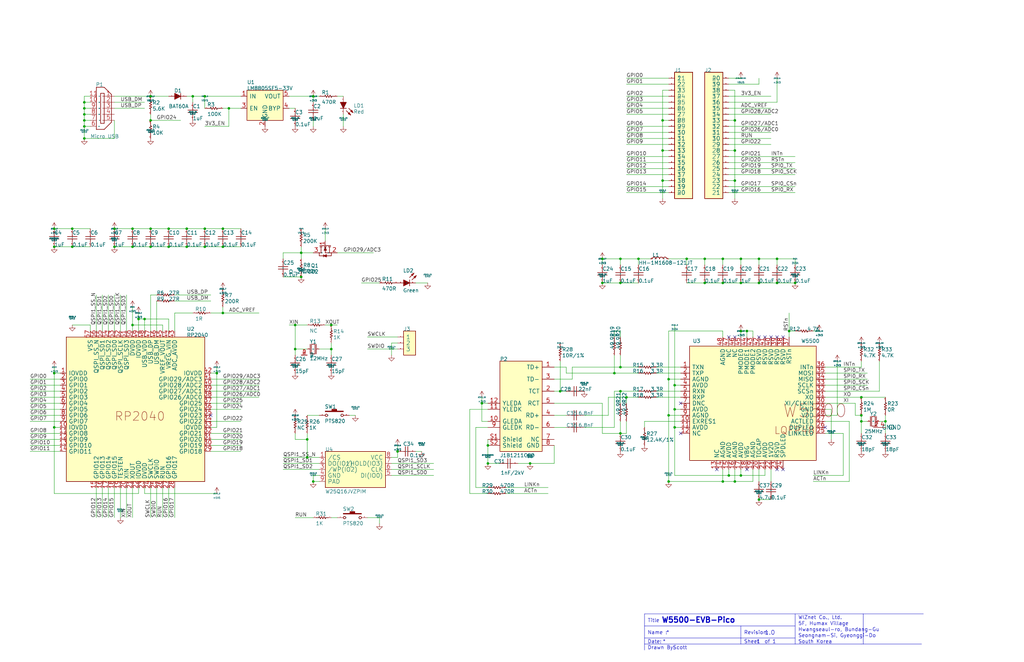
<source format=kicad_sch>
(kicad_sch (version 20230121) (generator eeschema)
  (paper "B")
  (title_block (title "W5500-EVB-Pico_V100-SchDoc") (date "19 03 2023"))
  (junction (at 312.42 200.66))
  (junction (at 261.62 154.94))
  (junction (at 63.5 40.64))
  (junction (at 30.48 96.52))
  (junction (at 48.26 96.52))
  (junction (at 124.46 147.32))
  (junction (at 254 119.38))
  (junction (at 363.22 167.64))
  (junction (at 304.8 119.38))
  (junction (at 63.5 104.14))
  (junction (at 307.34 200.66))
  (junction (at 320.04 109.22))
  (junction (at 35.56 43.18))
  (junction (at 30.48 104.14))
  (junction (at 261.62 119.38))
  (junction (at 71.12 104.14))
  (junction (at 93.98 96.52))
  (junction (at 71.12 96.52))
  (junction (at 96.52 45.72))
  (junction (at 223.52 195.58))
  (junction (at 327.66 109.22))
  (junction (at 78.74 96.52))
  (junction (at 261.62 109.22))
  (junction (at 35.56 50.8))
  (junction (at 127 116.84))
  (junction (at 312.42 119.38))
  (junction (at 309.88 50.8))
  (junction (at 139.7 147.32))
  (junction (at 60.96 134.62))
  (junction (at 81.28 40.64))
  (junction (at 335.28 119.38))
  (junction (at 261.62 182.88))
  (junction (at 63.5 50.8))
  (junction (at 48.26 104.14))
  (junction (at 203.2 170.18))
  (junction (at 320.04 119.38))
  (junction (at 22.86 157.48))
  (junction (at 129.54 185.42))
  (junction (at 86.36 104.14))
  (junction (at 332.74 139.7))
  (junction (at 289.56 109.22))
  (junction (at 205.74 187.96))
  (junction (at 86.36 40.64))
  (junction (at 279.4 76.2))
  (junction (at 264.16 167.64))
  (junction (at 304.8 203.2))
  (junction (at 363.22 177.8))
  (junction (at 55.88 96.52))
  (junction (at 284.48 172.72))
  (junction (at 284.48 162.56))
  (junction (at 254 109.22))
  (junction (at 281.94 160.02))
  (junction (at 35.56 53.34))
  (junction (at 269.24 109.22))
  (junction (at 132.08 40.64))
  (junction (at 281.94 175.26))
  (junction (at 127 106.68))
  (junction (at 312.42 139.7))
  (junction (at 320.04 210.82))
  (junction (at 373.38 177.8))
  (junction (at 78.74 104.14))
  (junction (at 297.18 109.22))
  (junction (at 312.42 109.22))
  (junction (at 55.88 137.16))
  (junction (at 63.5 96.52))
  (junction (at 129.54 193.04))
  (junction (at 35.56 58.42))
  (junction (at 297.18 119.38))
  (junction (at 284.48 180.34))
  (junction (at 86.36 96.52))
  (junction (at 91.44 157.48))
  (junction (at 139.7 137.16))
  (junction (at 55.88 104.14))
  (junction (at 22.86 96.52))
  (junction (at 309.88 63.5))
  (junction (at 22.86 104.14))
  (junction (at 236.22 165.1))
  (junction (at 314.96 139.7))
  (junction (at 309.88 76.2))
  (junction (at 22.86 180.34))
  (junction (at 279.4 63.5))
  (junction (at 279.4 50.8))
  (junction (at 167.64 190.5))
  (junction (at 363.22 175.26))
  (junction (at 93.98 104.14))
  (junction (at 259.08 157.48))
  (junction (at 35.56 45.72))
  (junction (at 304.8 109.22))
  (junction (at 124.46 137.16))
  (junction (at 58.42 134.62))
  (junction (at 93.98 132.08))
  (junction (at 261.62 165.1))
  (junction (at 281.94 203.2))
  (junction (at 132.08 203.2))
  (junction (at 327.66 119.38))
  (junction (at 309.88 203.2))
  (junction (at 205.74 195.58))
  (junction (at 35.56 48.26))
  (no_connect (at 325.12 142.24))
  (no_connect (at 287.02 170.18))
  (no_connect (at 347.98 180.34))
  (no_connect (at 322.58 142.24))
  (no_connect (at 330.2 142.24))
  (no_connect (at 314.96 198.12))
  (no_connect (at 327.66 198.12))
  (no_connect (at 330.2 198.12))
  (no_connect (at 309.88 142.24))
  (no_connect (at 88.9 175.26))
  (no_connect (at 287.02 182.88))
  (no_connect (at 307.34 142.24))
  (no_connect (at 302.26 198.12))
  (no_connect (at 320.04 142.24))
  (no_connect (at 327.66 142.24))
  (wire (pts (xy 342.9 139.7) (xy 345.44 139.7)))
  (wire (pts (xy 63.5 50.8) (xy 76.2 50.8)))
  (wire (pts (xy 38.1 53.34) (xy 35.56 53.34)))
  (polyline (pts (xy 335.28 271.78) (xy 335.28 259.08)))
  (wire (pts (xy 205.74 180.34) (xy 200.66 180.34)))
  (wire (pts (xy 58.42 134.62) (xy 58.42 139.7)))
  (wire (pts (xy 309.88 203.2) (xy 309.88 198.12)))
  (wire (pts (xy 22.86 180.34) (xy 22.86 208.28)))
  (wire (pts (xy 309.88 38.1) (xy 309.88 50.8)))
  (polyline (pts (xy 335.28 269.24) (xy 271.78 269.24)))
  (wire (pts (xy 58.42 132.08) (xy 58.42 134.62)))
  (wire (pts (xy 25.4 167.64) (xy 12.7 167.64)))
  (wire (pts (xy 246.38 175.26) (xy 256.54 175.26)))
  (wire (pts (xy 350.52 172.72) (xy 347.98 172.72)))
  (wire (pts (xy 160.02 119.38) (xy 152.4 119.38)))
  (wire (pts (xy 264.16 60.96) (xy 281.94 60.96)))
  (wire (pts (xy 167.64 190.5) (xy 167.64 193.04)))
  (wire (pts (xy 142.24 137.16) (xy 139.7 137.16)))
  (wire (pts (xy 93.98 96.52) (xy 86.36 96.52)))
  (wire (pts (xy 63.5 48.26) (xy 63.5 50.8)))
  (wire (pts (xy 314.96 139.7) (xy 314.96 142.24)))
  (wire (pts (xy 335.28 139.7) (xy 332.74 139.7)))
  (wire (pts (xy 304.8 109.22) (xy 312.42 109.22)))
  (wire (pts (xy 88.9 162.56) (xy 109.22 162.56)))
  (wire (pts (xy 264.16 40.64) (xy 281.94 40.64)))
  (wire (pts (xy 210.82 195.58) (xy 205.74 195.58)))
  (wire (pts (xy 289.56 111.76) (xy 289.56 109.22)))
  (wire (pts (xy 264.16 78.74) (xy 281.94 78.74)))
  (wire (pts (xy 35.56 58.42) (xy 48.26 58.42)))
  (wire (pts (xy 370.84 165.1) (xy 370.84 152.4)))
  (wire (pts (xy 335.28 81.28) (xy 307.34 81.28)))
  (wire (pts (xy 22.86 157.48) (xy 22.86 154.94)))
  (wire (pts (xy 35.56 48.26) (xy 38.1 48.26)))
  (wire (pts (xy 101.6 96.52) (xy 93.98 96.52)))
  (wire (pts (xy 175.26 190.5) (xy 177.8 190.5)))
  (wire (pts (xy 297.18 111.76) (xy 297.18 109.22)))
  (wire (pts (xy 55.88 96.52) (xy 48.26 96.52)))
  (wire (pts (xy 320.04 210.82) (xy 325.12 210.82)))
  (wire (pts (xy 132.08 200.66) (xy 134.62 200.66)))
  (wire (pts (xy 73.66 124.46) (xy 88.9 124.46)))
  (wire (pts (xy 25.4 160.02) (xy 12.7 160.02)))
  (wire (pts (xy 93.98 132.08) (xy 93.98 129.54)))
  (wire (pts (xy 149.86 175.26) (xy 147.32 175.26)))
  (wire (pts (xy 88.9 165.1) (xy 109.22 165.1)))
  (wire (pts (xy 365.76 157.48) (xy 347.98 157.48)))
  (wire (pts (xy 63.5 139.7) (xy 63.5 124.46)))
  (wire (pts (xy 139.7 147.32) (xy 139.7 144.78)))
  (wire (pts (xy 48.26 58.42) (xy 48.26 50.8)))
  (wire (pts (xy 200.66 180.34) (xy 200.66 205.74)))
  (wire (pts (xy 246.38 180.34) (xy 259.08 180.34)))
  (wire (pts (xy 88.9 185.42) (xy 101.6 185.42)))
  (wire (pts (xy 264.16 53.34) (xy 281.94 53.34)))
  (wire (pts (xy 60.96 134.62) (xy 60.96 139.7)))
  (wire (pts (xy 307.34 40.64) (xy 325.12 40.64)))
  (wire (pts (xy 284.48 180.34) (xy 287.02 180.34)))
  (wire (pts (xy 127 109.22) (xy 127 106.68)))
  (wire (pts (xy 317.5 142.24) (xy 317.5 139.7)))
  (wire (pts (xy 38.1 137.16) (xy 38.1 139.7)))
  (wire (pts (xy 307.34 73.66) (xy 335.28 73.66)))
  (wire (pts (xy 241.3 154.94) (xy 261.62 154.94)))
  (wire (pts (xy 261.62 177.8) (xy 261.62 182.88)))
  (wire (pts (xy 261.62 149.86) (xy 261.62 154.94)))
  (wire (pts (xy 73.66 139.7) (xy 73.66 132.08)))
  (wire (pts (xy 281.94 160.02) (xy 287.02 160.02)))
  (wire (pts (xy 25.4 157.48) (xy 22.86 157.48)))
  (wire (pts (xy 101.6 104.14) (xy 93.98 104.14)))
  (wire (pts (xy 284.48 137.16) (xy 284.48 162.56)))
  (wire (pts (xy 25.4 177.8) (xy 12.7 177.8)))
  (wire (pts (xy 165.1 200.66) (xy 182.88 200.66)))
  (wire (pts (xy 78.74 104.14) (xy 71.12 104.14)))
  (wire (pts (xy 261.62 139.7) (xy 259.08 139.7)))
  (wire (pts (xy 238.76 165.1) (xy 236.22 165.1)))
  (wire (pts (xy 312.42 109.22) (xy 320.04 109.22)))
  (wire (pts (xy 78.74 96.52) (xy 71.12 96.52)))
  (wire (pts (xy 124.46 147.32) (xy 129.54 147.32)))
  (wire (pts (xy 88.9 190.5) (xy 101.6 190.5)))
  (wire (pts (xy 81.28 40.64) (xy 78.74 40.64)))
  (wire (pts (xy 312.42 109.22) (xy 312.42 111.76)))
  (wire (pts (xy 365.76 162.56) (xy 347.98 162.56)))
  (wire (pts (xy 254 182.88) (xy 254 170.18)))
  (wire (pts (xy 307.34 60.96) (xy 325.12 60.96)))
  (wire (pts (xy 269.24 111.76) (xy 269.24 109.22)))
  (wire (pts (xy 279.4 76.2) (xy 279.4 63.5)))
  (wire (pts (xy 81.28 43.18) (xy 81.28 40.64)))
  (wire (pts (xy 325.12 203.2) (xy 325.12 198.12)))
  (wire (pts (xy 180.34 119.38) (xy 175.26 119.38)))
  (wire (pts (xy 279.4 50.8) (xy 279.4 38.1)))
  (wire (pts (xy 88.9 177.8) (xy 101.6 177.8)))
  (wire (pts (xy 30.48 137.16) (xy 38.1 137.16)))
  (wire (pts (xy 269.24 109.22) (xy 274.32 109.22)))
  (polyline (pts (xy 363.982 271.78) (xy 363.982 259.08)))
  (wire (pts (xy 304.8 109.22) (xy 304.8 111.76)))
  (wire (pts (xy 304.8 203.2) (xy 309.88 203.2)))
  (wire (pts (xy 213.36 208.28) (xy 231.14 208.28)))
  (wire (pts (xy 317.5 139.7) (xy 314.96 139.7)))
  (wire (pts (xy 96.52 45.72) (xy 93.98 45.72)))
  (wire (pts (xy 279.4 50.8) (xy 281.94 50.8)))
  (wire (pts (xy 259.08 157.48) (xy 269.24 157.48)))
  (wire (pts (xy 86.36 53.34) (xy 96.52 53.34)))
  (wire (pts (xy 335.28 78.74) (xy 307.34 78.74)))
  (wire (pts (xy 264.16 35.56) (xy 281.94 35.56)))
  (wire (pts (xy 307.34 55.88) (xy 325.12 55.88)))
  (wire (pts (xy 205.74 177.8) (xy 203.2 177.8)))
  (wire (pts (xy 256.54 167.64) (xy 264.16 167.64)))
  (wire (pts (xy 314.96 139.7) (xy 312.42 139.7)))
  (polyline (pts (xy 271.78 271.78) (xy 363.22 271.78)))
  (wire (pts (xy 43.18 139.7) (xy 43.18 124.46)))
  (wire (pts (xy 284.48 162.56) (xy 284.48 172.72)))
  (wire (pts (xy 124.46 149.86) (xy 124.46 147.32)))
  (wire (pts (xy 312.42 33.02) (xy 307.34 33.02)))
  (wire (pts (xy 134.62 198.12) (xy 119.38 198.12)))
  (wire (pts (xy 167.64 142.24) (xy 154.94 142.24)))
  (wire (pts (xy 63.5 104.14) (xy 55.88 104.14)))
  (wire (pts (xy 312.42 119.38) (xy 304.8 119.38)))
  (wire (pts (xy 35.56 45.72) (xy 35.56 43.18)))
  (wire (pts (xy 45.72 205.74) (xy 45.72 218.44)))
  (wire (pts (xy 238.76 157.48) (xy 259.08 157.48)))
  (wire (pts (xy 332.74 132.08) (xy 332.74 139.7)))
  (wire (pts (xy 198.12 208.28) (xy 198.12 172.72)))
  (wire (pts (xy 304.8 203.2) (xy 304.8 198.12)))
  (wire (pts (xy 50.8 139.7) (xy 50.8 124.46)))
  (wire (pts (xy 353.06 152.4) (xy 353.06 175.26)))
  (wire (pts (xy 165.1 195.58) (xy 182.88 195.58)))
  (wire (pts (xy 73.66 205.74) (xy 73.66 218.44)))
  (wire (pts (xy 307.34 53.34) (xy 325.12 53.34)))
  (wire (pts (xy 68.58 137.16) (xy 68.58 139.7)))
  (wire (pts (xy 134.62 195.58) (xy 119.38 195.58)))
  (wire (pts (xy 264.16 33.02) (xy 281.94 33.02)))
  (wire (pts (xy 241.3 160.02) (xy 241.3 154.94)))
  (wire (pts (xy 25.4 182.88) (xy 12.7 182.88)))
  (wire (pts (xy 132.08 218.44) (xy 124.46 218.44)))
  (wire (pts (xy 335.28 111.76) (xy 335.28 109.22)))
  (wire (pts (xy 134.62 193.04) (xy 129.54 193.04)))
  (wire (pts (xy 129.54 175.26) (xy 134.62 175.26)))
  (wire (pts (xy 55.88 104.14) (xy 48.26 104.14)))
  (wire (pts (xy 88.9 167.64) (xy 109.22 167.64)))
  (wire (pts (xy 307.34 200.66) (xy 307.34 198.12)))
  (wire (pts (xy 129.54 185.42) (xy 124.46 185.42)))
  (wire (pts (xy 297.18 109.22) (xy 304.8 109.22)))
  (wire (pts (xy 53.34 139.7) (xy 53.34 124.46)))
  (wire (pts (xy 309.88 50.8) (xy 307.34 50.8)))
  (wire (pts (xy 127 106.68) (xy 127 104.14)))
  (wire (pts (xy 137.16 101.6) (xy 137.16 96.52)))
  (wire (pts (xy 93.98 132.08) (xy 88.9 132.08)))
  (wire (pts (xy 276.86 167.64) (xy 287.02 167.64)))
  (wire (pts (xy 233.68 195.58) (xy 233.68 187.96)))
  (wire (pts (xy 63.5 124.46) (xy 66.04 124.46)))
  (wire (pts (xy 355.6 200.66) (xy 355.6 182.88)))
  (wire (pts (xy 363.22 182.88) (xy 363.22 177.8)))
  (wire (pts (xy 35.56 43.18) (xy 38.1 43.18)))
  (wire (pts (xy 304.8 119.38) (xy 297.18 119.38)))
  (wire (pts (xy 71.12 104.14) (xy 63.5 104.14)))
  (wire (pts (xy 342.9 203.2) (xy 358.14 203.2)))
  (wire (pts (xy 320.04 109.22) (xy 320.04 111.76)))
  (wire (pts (xy 119.38 109.22) (xy 119.38 106.68)))
  (wire (pts (xy 134.62 40.64) (xy 132.08 40.64)))
  (wire (pts (xy 264.16 58.42) (xy 281.94 58.42)))
  (wire (pts (xy 48.26 139.7) (xy 48.26 124.46)))
  (wire (pts (xy 30.48 96.52) (xy 22.86 96.52)))
  (wire (pts (xy 160.02 218.44) (xy 154.94 218.44)))
  (wire (pts (xy 55.88 205.74) (xy 55.88 218.44)))
  (wire (pts (xy 48.26 205.74) (xy 48.26 218.44)))
  (wire (pts (xy 264.16 177.8) (xy 264.16 182.88)))
  (wire (pts (xy 58.42 134.62) (xy 60.96 134.62)))
  (wire (pts (xy 86.36 96.52) (xy 78.74 96.52)))
  (wire (pts (xy 271.78 180.34) (xy 271.78 177.8)))
  (wire (pts (xy 71.12 134.62) (xy 60.96 134.62)))
  (wire (pts (xy 167.64 193.04) (xy 165.1 193.04)))
  (wire (pts (xy 264.16 81.28) (xy 281.94 81.28)))
  (wire (pts (xy 307.34 71.12) (xy 335.28 71.12)))
  (wire (pts (xy 48.26 43.18) (xy 60.96 43.18)))
  (wire (pts (xy 73.66 132.08) (xy 81.28 132.08)))
  (wire (pts (xy 129.54 193.04) (xy 119.38 193.04)))
  (wire (pts (xy 160.02 220.98) (xy 160.02 218.44)))
  (wire (pts (xy 48.26 45.72) (xy 60.96 45.72)))
  (wire (pts (xy 264.16 66.04) (xy 281.94 66.04)))
  (wire (pts (xy 363.22 177.8) (xy 363.22 175.26)))
  (wire (pts (xy 25.4 187.96) (xy 12.7 187.96)))
  (wire (pts (xy 55.88 137.16) (xy 55.88 139.7)))
  (wire (pts (xy 132.08 43.18) (xy 132.08 40.64)))
  (wire (pts (xy 134.62 203.2) (xy 132.08 203.2)))
  (wire (pts (xy 25.4 172.72) (xy 12.7 172.72)))
  (wire (pts (xy 279.4 63.5) (xy 279.4 50.8)))
  (wire (pts (xy 309.88 50.8) (xy 309.88 63.5)))
  (wire (pts (xy 73.66 127) (xy 88.9 127)))
  (wire (pts (xy 264.16 48.26) (xy 281.94 48.26)))
  (wire (pts (xy 327.66 43.18) (xy 307.34 43.18)))
  (wire (pts (xy 347.98 165.1) (xy 370.84 165.1)))
  (wire (pts (xy 256.54 175.26) (xy 256.54 167.64)))
  (wire (pts (xy 139.7 218.44) (xy 142.24 218.44)))
  (wire (pts (xy 165.1 198.12) (xy 182.88 198.12)))
  (wire (pts (xy 261.62 111.76) (xy 261.62 109.22)))
  (wire (pts (xy 40.64 205.74) (xy 40.64 218.44)))
  (wire (pts (xy 309.88 203.2) (xy 317.5 203.2)))
  (wire (pts (xy 284.48 162.56) (xy 287.02 162.56)))
  (wire (pts (xy 238.76 154.94) (xy 238.76 157.48)))
  (wire (pts (xy 320.04 33.02) (xy 320.04 35.56)))
  (wire (pts (xy 43.18 205.74) (xy 43.18 218.44)))
  (wire (pts (xy 281.94 203.2) (xy 304.8 203.2)))
  (wire (pts (xy 317.5 203.2) (xy 317.5 198.12)))
  (wire (pts (xy 284.48 172.72) (xy 287.02 172.72)))
  (wire (pts (xy 203.2 177.8) (xy 203.2 170.18)))
  (wire (pts (xy 261.62 165.1) (xy 269.24 165.1)))
  (wire (pts (xy 134.62 147.32) (xy 139.7 147.32)))
  (wire (pts (xy 91.44 157.48) (xy 88.9 157.48)))
  (wire (pts (xy 284.48 172.72) (xy 284.48 180.34)))
  (wire (pts (xy 264.16 45.72) (xy 281.94 45.72)))
  (wire (pts (xy 358.14 177.8) (xy 347.98 177.8)))
  (wire (pts (xy 281.94 203.2) (xy 281.94 175.26)))
  (wire (pts (xy 93.98 104.14) (xy 86.36 104.14)))
  (wire (pts (xy 213.36 205.74) (xy 231.14 205.74)))
  (wire (pts (xy 309.88 83.82) (xy 309.88 76.2)))
  (wire (pts (xy 132.08 203.2) (xy 132.08 200.66)))
  (polyline (pts (xy 312.42 271.78) (xy 312.42 264.16)))
  (wire (pts (xy 71.12 40.64) (xy 63.5 40.64)))
  (wire (pts (xy 22.86 180.34) (xy 25.4 180.34)))
  (wire (pts (xy 276.86 165.1) (xy 287.02 165.1)))
  (wire (pts (xy 63.5 40.64) (xy 48.26 40.64)))
  (wire (pts (xy 309.88 63.5) (xy 309.88 76.2)))
  (wire (pts (xy 25.4 190.5) (xy 12.7 190.5)))
  (wire (pts (xy 320.04 119.38) (xy 312.42 119.38)))
  (wire (pts (xy 281.94 160.02) (xy 281.94 139.7)))
  (wire (pts (xy 363.22 154.94) (xy 363.22 152.4)))
  (wire (pts (xy 86.36 40.64) (xy 81.28 40.64)))
  (wire (pts (xy 63.5 96.52) (xy 55.88 96.52)))
  (wire (pts (xy 269.24 119.38) (xy 261.62 119.38)))
  (wire (pts (xy 304.8 139.7) (xy 304.8 142.24)))
  (wire (pts (xy 71.12 96.52) (xy 63.5 96.52)))
  (polyline (pts (xy 388.62 271.78) (xy 363.22 271.78)))
  (wire (pts (xy 261.62 165.1) (xy 261.62 170.18)))
  (wire (pts (xy 50.8 205.74) (xy 50.8 218.44)))
  (wire (pts (xy 200.66 205.74) (xy 205.74 205.74)))
  (wire (pts (xy 205.74 208.28) (xy 198.12 208.28)))
  (wire (pts (xy 40.64 139.7) (xy 40.64 124.46)))
  (wire (pts (xy 91.44 208.28) (xy 60.96 208.28)))
  (wire (pts (xy 307.34 45.72) (xy 325.12 45.72)))
  (wire (pts (xy 264.16 182.88) (xy 261.62 182.88)))
  (wire (pts (xy 363.22 167.64) (xy 347.98 167.64)))
  (wire (pts (xy 30.48 104.14) (xy 38.1 104.14)))
  (wire (pts (xy 71.12 205.74) (xy 71.12 218.44)))
  (wire (pts (xy 363.22 175.26) (xy 360.68 175.26)))
  (wire (pts (xy 129.54 137.16) (xy 124.46 137.16)))
  (wire (pts (xy 320.04 35.56) (xy 307.34 35.56)))
  (wire (pts (xy 91.44 154.94) (xy 91.44 157.48)))
  (wire (pts (xy 35.56 48.26) (xy 35.56 45.72)))
  (wire (pts (xy 353.06 175.26) (xy 347.98 175.26)))
  (wire (pts (xy 276.86 157.48) (xy 287.02 157.48)))
  (wire (pts (xy 264.16 68.58) (xy 281.94 68.58)))
  (wire (pts (xy 205.74 195.58) (xy 205.74 187.96)))
  (wire (pts (xy 45.72 139.7) (xy 45.72 124.46)))
  (wire (pts (xy 312.42 139.7) (xy 312.42 142.24)))
  (wire (pts (xy 233.68 160.02) (xy 241.3 160.02)))
  (wire (pts (xy 157.48 106.68) (xy 142.24 106.68)))
  (wire (pts (xy 203.2 170.18) (xy 203.2 167.64)))
  (polyline (pts (xy 271.78 259.08) (xy 363.982 259.08)))
  (wire (pts (xy 35.56 45.72) (xy 38.1 45.72)))
  (wire (pts (xy 35.56 53.34) (xy 35.56 58.42)))
  (wire (pts (xy 35.56 53.34) (xy 35.56 50.8)))
  (wire (pts (xy 198.12 172.72) (xy 205.74 172.72)))
  (wire (pts (xy 264.16 167.64) (xy 269.24 167.64)))
  (wire (pts (xy 307.34 68.58) (xy 335.28 68.58)))
  (wire (pts (xy 373.38 182.88) (xy 373.38 177.8)))
  (wire (pts (xy 309.88 76.2) (xy 307.34 76.2)))
  (wire (pts (xy 25.4 185.42) (xy 12.7 185.42)))
  (wire (pts (xy 119.38 106.68) (xy 127 106.68)))
  (wire (pts (xy 71.12 139.7) (xy 71.12 134.62)))
  (wire (pts (xy 259.08 139.7) (xy 259.08 142.24)))
  (wire (pts (xy 132.08 40.64) (xy 121.92 40.64)))
  (wire (pts (xy 365.76 160.02) (xy 347.98 160.02)))
  (wire (pts (xy 264.16 71.12) (xy 281.94 71.12)))
  (wire (pts (xy 139.7 137.16) (xy 137.16 137.16)))
  (wire (pts (xy 327.66 109.22) (xy 327.66 111.76)))
  (wire (pts (xy 167.64 187.96) (xy 167.64 190.5)))
  (wire (pts (xy 309.88 63.5) (xy 307.34 63.5)))
  (wire (pts (xy 127 116.84) (xy 119.38 116.84)))
  (wire (pts (xy 124.46 137.16) (xy 121.92 137.16)))
  (wire (pts (xy 63.5 205.74) (xy 63.5 218.44)))
  (wire (pts (xy 101.6 45.72) (xy 96.52 45.72)))
  (wire (pts (xy 307.34 38.1) (xy 309.88 38.1)))
  (wire (pts (xy 66.04 139.7) (xy 66.04 127)))
  (wire (pts (xy 261.62 182.88) (xy 254 182.88)))
  (wire (pts (xy 58.42 208.28) (xy 58.42 205.74)))
  (wire (pts (xy 165.1 144.78) (xy 167.64 144.78)))
  (wire (pts (xy 101.6 40.64) (xy 86.36 40.64)))
  (wire (pts (xy 312.42 198.12) (xy 312.42 200.66)))
  (wire (pts (xy 53.34 205.74) (xy 53.34 218.44)))
  (wire (pts (xy 88.9 172.72) (xy 101.6 172.72)))
  (wire (pts (xy 35.56 43.18) (xy 35.56 40.64)))
  (wire (pts (xy 264.16 73.66) (xy 281.94 73.66)))
  (wire (pts (xy 109.22 132.08) (xy 93.98 132.08)))
  (wire (pts (xy 264.16 43.18) (xy 281.94 43.18)))
  (wire (pts (xy 322.58 200.66) (xy 322.58 198.12)))
  (wire (pts (xy 139.7 149.86) (xy 139.7 147.32)))
  (wire (pts (xy 261.62 119.38) (xy 254 119.38)))
  (wire (pts (xy 38.1 96.52) (xy 30.48 96.52)))
  (wire (pts (xy 25.4 175.26) (xy 12.7 175.26)))
  (wire (pts (xy 264.16 170.18) (xy 264.16 167.64)))
  (wire (pts (xy 144.78 53.34) (xy 144.78 48.26)))
  (wire (pts (xy 129.54 193.04) (xy 129.54 185.42)))
  (polyline (pts (xy 271.78 274.32) (xy 271.78 259.08)))
  (wire (pts (xy 68.58 205.74) (xy 68.58 218.44)))
  (wire (pts (xy 259.08 149.86) (xy 259.08 157.48)))
  (wire (pts (xy 96.52 53.34) (xy 96.52 45.72)))
  (wire (pts (xy 261.62 154.94) (xy 269.24 154.94)))
  (wire (pts (xy 236.22 165.1) (xy 233.68 165.1)))
  (wire (pts (xy 297.18 109.22) (xy 289.56 109.22)))
  (wire (pts (xy 86.36 104.14) (xy 78.74 104.14)))
  (wire (pts (xy 233.68 154.94) (xy 238.76 154.94)))
  (wire (pts (xy 236.22 165.1) (xy 236.22 152.4)))
  (wire (pts (xy 91.44 180.34) (xy 91.44 157.48)))
  (wire (pts (xy 66.04 205.74) (xy 66.04 218.44)))
  (wire (pts (xy 203.2 170.18) (xy 205.74 170.18)))
  (polyline (pts (xy 335.28 264.16) (xy 271.78 264.16)))
  (wire (pts (xy 86.36 40.64) (xy 86.36 45.72)))
  (wire (pts (xy 22.86 157.48) (xy 22.86 180.34)))
  (wire (pts (xy 347.98 154.94) (xy 363.22 154.94)))
  (wire (pts (xy 284.48 200.66) (xy 307.34 200.66)))
  (wire (pts (xy 259.08 165.1) (xy 261.62 165.1)))
  (wire (pts (xy 370.84 177.8) (xy 373.38 177.8)))
  (wire (pts (xy 223.52 195.58) (xy 233.68 195.58)))
  (wire (pts (xy 335.28 109.22) (xy 327.66 109.22)))
  (wire (pts (xy 254 170.18) (xy 233.68 170.18)))
  (wire (pts (xy 25.4 170.18) (xy 12.7 170.18)))
  (wire (pts (xy 35.56 40.64) (xy 38.1 40.64)))
  (wire (pts (xy 88.9 182.88) (xy 101.6 182.88)))
  (wire (pts (xy 132.08 106.68) (xy 127 106.68)))
  (wire (pts (xy 284.48 180.34) (xy 284.48 200.66)))
  (wire (pts (xy 35.56 50.8) (xy 38.1 50.8)))
  (wire (pts (xy 289.56 109.22) (xy 281.94 109.22)))
  (wire (pts (xy 342.9 200.66) (xy 355.6 200.66)))
  (wire (pts (xy 132.08 53.34) (xy 132.08 50.8)))
  (wire (pts (xy 218.44 195.58) (xy 223.52 195.58)))
  (wire (pts (xy 88.9 160.02) (xy 109.22 160.02)))
  (wire (pts (xy 373.38 167.64) (xy 363.22 167.64)))
  (wire (pts (xy 22.86 208.28) (xy 58.42 208.28)))
  (wire (pts (xy 165.1 149.86) (xy 165.1 144.78)))
  (wire (pts (xy 124.46 45.72) (xy 121.92 45.72)))
  (wire (pts (xy 373.38 177.8) (xy 373.38 175.26)))
  (wire (pts (xy 358.14 203.2) (xy 358.14 177.8)))
  (wire (pts (xy 144.78 40.64) (xy 142.24 40.64)))
  (polyline (pts (xy 363.982 259.08) (xy 389.382 259.08)))
  (wire (pts (xy 129.54 185.42) (xy 129.54 182.88)))
  (wire (pts (xy 327.66 119.38) (xy 320.04 119.38)))
  (wire (pts (xy 22.86 104.14) (xy 30.48 104.14)))
  (wire (pts (xy 350.52 185.42) (xy 350.52 172.72)))
  (wire (pts (xy 279.4 83.82) (xy 279.4 76.2)))
  (wire (pts (xy 101.6 187.96) (xy 88.9 187.96)))
  (wire (pts (xy 35.56 50.8) (xy 35.56 48.26)))
  (wire (pts (xy 88.9 170.18) (xy 101.6 170.18)))
  (wire (pts (xy 25.4 165.1) (xy 12.7 165.1)))
  (wire (pts (xy 320.04 109.22) (xy 327.66 109.22)))
  (wire (pts (xy 365.76 177.8) (xy 363.22 177.8)))
  (wire (pts (xy 312.42 200.66) (xy 307.34 200.66)))
  (wire (pts (xy 254 109.22) (xy 261.62 109.22)))
  (wire (pts (xy 55.88 129.54) (xy 55.88 137.16)))
  (wire (pts (xy 25.4 162.56) (xy 12.7 162.56)))
  (wire (pts (xy 276.86 154.94) (xy 287.02 154.94)))
  (wire (pts (xy 281.94 76.2) (xy 279.4 76.2)))
  (wire (pts (xy 205.74 187.96) (xy 205.74 185.42)))
  (wire (pts (xy 281.94 139.7) (xy 304.8 139.7)))
  (wire (pts (xy 312.42 200.66) (xy 322.58 200.66)))
  (wire (pts (xy 360.68 170.18) (xy 347.98 170.18)))
  (wire (pts (xy 88.9 180.34) (xy 91.44 180.34)))
  (wire (pts (xy 307.34 58.42) (xy 325.12 58.42)))
  (wire (pts (xy 167.64 147.32) (xy 154.94 147.32)))
  (wire (pts (xy 261.62 109.22) (xy 269.24 109.22)))
  (wire (pts (xy 327.66 33.02) (xy 327.66 43.18)))
  (wire (pts (xy 332.74 139.7) (xy 332.74 142.24)))
  (wire (pts (xy 60.96 208.28) (xy 60.96 205.74)))
  (wire (pts (xy 320.04 203.2) (xy 320.04 198.12)))
  (wire (pts (xy 307.34 66.04) (xy 335.28 66.04)))
  (wire (pts (xy 124.46 185.42) (xy 124.46 182.88)))
  (wire (pts (xy 238.76 180.34) (xy 233.68 180.34)))
  (wire (pts (xy 279.4 63.5) (xy 281.94 63.5)))
  (wire (pts (xy 124.46 137.16) (xy 124.46 147.32)))
  (wire (pts (xy 264.16 55.88) (xy 281.94 55.88)))
  (wire (pts (xy 254 111.76) (xy 254 109.22)))
  (wire (pts (xy 360.68 175.26) (xy 360.68 170.18)))
  (wire (pts (xy 279.4 38.1) (xy 281.94 38.1)))
  (wire (pts (xy 335.28 119.38) (xy 327.66 119.38)))
  (wire (pts (xy 297.18 119.38) (xy 289.56 119.38)))
  (wire (pts (xy 271.78 177.8) (xy 287.02 177.8)))
  (wire (pts (xy 355.6 182.88) (xy 347.98 182.88)))
  (wire (pts (xy 261.62 142.24) (xy 261.62 139.7)))
  (wire (pts (xy 238.76 175.26) (xy 233.68 175.26)))
  (wire (pts (xy 281.94 175.26) (xy 281.94 160.02)))
  (wire (pts (xy 281.94 175.26) (xy 287.02 175.26)))
  (wire (pts (xy 307.34 48.26) (xy 325.12 48.26)))
  (wire (pts (xy 259.08 180.34) (xy 259.08 165.1)))
  (wire (pts (xy 55.88 137.16) (xy 68.58 137.16)))
  (text "Scott" (at 283.718 274.32 0) (effects (font (size 1.524 1.524)) (justify left bottom)))
  (text "Hwangseaul-ro, Bundang-Gu" (at 336.55 266.7 0) (effects (font (size 1.524 1.524)) (justify left bottom)))
  (text "*" (at 280.924 267.97 0) (effects (font (size 1.524 1.524)) (justify left bottom)))
  (text "Sheet" (at 313.69 271.78 0) (effects (font (size 1.524 1.524)) (justify left bottom)))
  (text "Seongnam-Si, Gyeonggi-Do" (at 336.55 269.24 0) (effects (font (size 1.524 1.524)) (justify left bottom)))
  (text "WIZnet Co., Ltd." (at 336.55 261.62 0) (effects (font (size 1.524 1.524)) (justify left bottom)))
  (text "Name :" (at 273.05 267.97 0) (effects (font (size 1.524 1.524)) (justify left bottom)))
  (text "5F, Humax Village" (at 336.55 264.16 0) (effects (font (size 1.524 1.524)) (justify left bottom)))
  (text "Drawn By:" (at 273.05 274.32 0) (effects (font (size 1.524 1.524)) (justify left bottom)))
  (text "South Korea" (at 336.55 271.78 0) (effects (font (size 1.524 1.524)) (justify left bottom)))
  (text "of" (at 322.326 271.78 0) (effects (font (size 1.524 1.524)) (justify left bottom)))
  (text "1" (at 319.024 271.78 0) (effects (font (size 1.524 1.524)) (justify left bottom)))
  (text "Title" (at 273.05 262.89 0) (effects (font (size 1.524 1.524)) (justify left bottom)))
  (text "Date:" (at 273.05 271.78 0) (effects (font (size 1.524 1.524)) (justify left bottom)))
  (text "Revision:" (at 313.69 267.97 0) (effects (font (size 1.524 1.524)) (justify left bottom)))
  (text "1.0" (at 322.326 268.224 0) (effects (font (size 1.8288 1.8288)) (justify left bottom)))
  (text "W5500-EVB-Pico" (at 278.892 263.144 0) (effects (font (size 2.286 2.286) (thickness 0.4572) bold) (justify left bottom)))
  (text "1" (at 325.628 271.78 0) (effects (font (size 1.524 1.524)) (justify left bottom)))
  (text "*" (at 279.4 271.78 0) (effects (font (size 1.524 1.524)) (justify left bottom)))
  (label "QSPI1_SD0" (at 48.26 137.16 90) (effects (font (size 1.524 1.524))))
  (label "SPI0_RX" (at 355.6 160.02 0) (effects (font (size 1.524 1.524))))
  (label "USB_DP" (at 78.74 124.46 0) (effects (font (size 1.524 1.524))))
  (label "GPIO18" (at 93.98 190.5 0) (effects (font (size 1.524 1.524))))
  (label "GPIO4" (at 264.16 45.72 0) (effects (font (size 1.524 1.524))))
  (label "GPIO11" (at 264.16 68.58 0) (effects (font (size 1.524 1.524))))
  (label "GPIO1" (at 12.7 162.56 0) (effects (font (size 1.524 1.524))))
  (label "SPI0_SCK" (at 355.6 162.56 0) (effects (font (size 1.524 1.524))))
  (label "GPIO2" (at 12.7 165.1 0) (effects (font (size 1.524 1.524))))
  (label "GPIO1" (at 264.16 35.56 0) (effects (font (size 1.524 1.524))))
  (label "GPIO24" (at 93.98 172.72 0) (effects (font (size 1.524 1.524))))
  (label "USB_DM" (at 78.74 127 0) (effects (font (size 1.524 1.524))))
  (label "QSPI1_SCLK" (at 167.64 198.12 0) (effects (font (size 1.524 1.524))))
  (label "GPIO19" (at 312.42 71.12 0) (effects (font (size 1.524 1.524))))
  (label "GPIO13" (at 43.18 218.44 90) (effects (font (size 1.524 1.524))))
  (label "QSPI1_SD1" (at 119.38 195.58 0) (effects (font (size 1.524 1.524))))
  (label "QSPI1_SD1" (at 43.18 137.16 90) (effects (font (size 1.524 1.524))))
  (label "GPIO27/ADC1" (at 93.98 165.1 0) (effects (font (size 1.524 1.524))))
  (label "XOUT" (at 55.88 218.44 90) (effects (font (size 1.524 1.524))))
  (label "GPIO14" (at 264.16 78.74 0) (effects (font (size 1.524 1.524))))
  (label "GPIO4" (at 12.7 170.18 0) (effects (font (size 1.524 1.524))))
  (label "GPIO12" (at 264.16 71.12 0) (effects (font (size 1.524 1.524))))
  (label "GPIO8" (at 12.7 182.88 0) (effects (font (size 1.524 1.524))))
  (label "GPIO12" (at 40.64 218.44 90) (effects (font (size 1.524 1.524))))
  (label "GPIO29/ADC3" (at 93.98 160.02 0) (effects (font (size 1.524 1.524))))
  (label "GPIO11" (at 12.7 190.5 0) (effects (font (size 1.524 1.524))))
  (label "SPI0_TX" (at 355.6 157.48 0) (effects (font (size 1.524 1.524))))
  (label "SPI0_CSn" (at 355.6 165.1 0) (effects (font (size 1.524 1.524))))
  (label "GPIO25" (at 152.4 119.38 0) (effects (font (size 1.524 1.524))))
  (label "RUN" (at 312.42 58.42 0) (effects (font (size 1.524 1.524))))
  (label "QSPI1_SS_N" (at 119.38 193.04 0) (effects (font (size 1.524 1.524))))
  (label "USB_DP" (at 50.8 45.72 0) (effects (font (size 1.524 1.524))))
  (label "QSPI1_SD2" (at 119.38 198.12 0) (effects (font (size 1.524 1.524))))
  (label "RSTn" (at 325.12 68.58 0) (effects (font (size 1.524 1.524))))
  (label "XOUT" (at 137.16 137.16 0) (effects (font (size 1.524 1.524))))
  (label "GPIO26/ADC0" (at 312.42 55.88 0) (effects (font (size 1.524 1.524))))
  (label "GPIO21" (at 312.42 66.04 0) (effects (font (size 1.524 1.524))))
  (label "GPIO14" (at 45.72 218.44 90) (effects (font (size 1.524 1.524))))
  (label "GPIO17" (at 312.42 78.74 0) (effects (font (size 1.524 1.524))))
  (label "SWDIO" (at 154.94 147.32 0) (effects (font (size 1.524 1.524))))
  (label "GPIO22" (at 312.42 60.96 0) (effects (font (size 1.524 1.524))))
  (label "GPIO28/ADC2" (at 93.98 162.56 0) (effects (font (size 1.524 1.524))))
  (label "LINKn" (at 342.9 200.66 0) (effects (font (size 1.524 1.524))))
  (label "ADC_VREF" (at 96.52 132.08 0) (effects (font (size 1.524 1.524))))
  (label "GPIO24" (at 66.04 50.8 0) (effects (font (size 1.524 1.524))))
  (label "GPIO20" (at 312.42 68.58 0) (effects (font (size 1.524 1.524))))
  (label "XO" (at 355.6 167.64 0) (effects (font (size 1.524 1.524))))
  (label "SPI0_TX" (at 325.12 71.12 0) (effects (font (size 1.524 1.524))))
  (label "GPIO5" (at 12.7 172.72 0) (effects (font (size 1.524 1.524))))
  (label "SPI0_CSn" (at 325.12 78.74 0) (effects (font (size 1.524 1.524))))
  (label "GPIO8" (at 264.16 58.42 0) (effects (font (size 1.524 1.524))))
  (label "GPIO16" (at 71.12 218.44 90) (effects (font (size 1.524 1.524))))
  (label "GPIO7" (at 264.16 55.88 0) (effects (font (size 1.524 1.524))))
  (label "LINKn" (at 220.98 205.74 0) (effects (font (size 1.524 1.524))))
  (label "SWCLK" (at 154.94 142.24 0) (effects (font (size 1.524 1.524))))
  (label "GPIO19" (at 93.98 187.96 0) (effects (font (size 1.524 1.524))))
  (label "GPIO28/ADC2" (at 312.42 48.26 0) (effects (font (size 1.524 1.524))))
  (label "GPIO13" (at 264.16 73.66 0) (effects (font (size 1.524 1.524))))
  (label "3V3_EN" (at 86.36 53.34 0) (effects (font (size 1.524 1.524))))
  (label "QSPI1_SD0" (at 167.64 200.66 0) (effects (font (size 1.524 1.524))))
  (label "SPI0_SCK" (at 325.12 73.66 0) (effects (font (size 1.524 1.524))))
  (label "GPIO3" (at 12.7 167.64 0) (effects (font (size 1.524 1.524))))
  (label "GPIO5" (at 264.16 48.26 0) (effects (font (size 1.524 1.524))))
  (label "GPIO2" (at 264.16 40.64 0) (effects (font (size 1.524 1.524))))
  (label "GPIO10" (at 12.7 187.96 0) (effects (font (size 1.524 1.524))))
  (label "3V3_EN" (at 312.42 40.64 0) (effects (font (size 1.524 1.524))))
  (label "SWCLK" (at 63.5 218.44 90) (effects (font (size 1.524 1.524))))
  (label "GPIO9" (at 12.7 185.42 0) (effects (font (size 1.524 1.524))))
  (label "GPIO6" (at 264.16 53.34 0) (effects (font (size 1.524 1.524))))
  (label "GPIO10" (at 264.16 66.04 0) (effects (font (size 1.524 1.524))))
  (label "GPIO6" (at 12.7 175.26 0) (effects (font (size 1.524 1.524))))
  (label "GPIO9" (at 264.16 60.96 0) (effects (font (size 1.524 1.524))))
  (label "GPIO7" (at 12.7 177.8 0) (effects (font (size 1.524 1.524))))
  (label "GPIO17" (at 73.66 218.44 90) (effects (font (size 1.524 1.524))))
  (label "GPIO15" (at 264.16 81.28 0) (effects (font (size 1.524 1.524))))
  (label "INTn" (at 325.12 66.04 0) (effects (font (size 1.524 1.524))))
  (label "GPIO15" (at 48.26 218.44 90) (effects (font (size 1.524 1.524))))
  (label "SPI0_RX" (at 325.12 81.28 0) (effects (font (size 1.524 1.524))))
  (label "RUN" (at 68.58 218.44 90) (effects (font (size 1.524 1.524))))
  (label "QSPI1_SCLK" (at 50.8 137.16 90) (effects (font (size 1.524 1.524))))
  (label "ACTn" (at 220.98 208.28 0) (effects (font (size 1.524 1.524))))
  (label "XIN" (at 53.34 218.44 90) (effects (font (size 1.524 1.524))))
  (label "GPIO0" (at 12.7 160.02 0) (effects (font (size 1.524 1.524))))
  (label "GPIO26/ADC0" (at 93.98 167.64 0) (effects (font (size 1.524 1.524))))
  (label "QSPI1_SD2" (at 45.72 137.16 90) (effects (font (size 1.524 1.524))))
  (label "GPIO29/ADC3" (at 144.78 106.68 0) (effects (font (size 1.524 1.524))))
  (label "RSTn" (at 332.74 139.7 90) (effects (font (size 1.524 1.524))))
  (label "GPIO0" (at 264.16 33.02 0) (effects (font (size 1.524 1.524))))
  (label "GPIO22" (at 93.98 177.8 0) (effects (font (size 1.524 1.524))))
  (label "GPIO21" (at 93.98 182.88 0) (effects (font (size 1.524 1.524))))
  (label "XI" (at 355.6 170.18 0) (effects (font (size 1.524 1.524))))
  (label "XIN" (at 121.92 137.16 0) (effects (font (size 1.524 1.524))))
  (label "GPIO20" (at 93.98 185.42 0) (effects (font (size 1.524 1.524))))
  (label "GPIO18" (at 312.42 73.66 0) (effects (font (size 1.524 1.524))))
  (label "RUN" (at 124.46 218.44 0) (effects (font (size 1.524 1.524))))
  (label "QSPI1_SS_N" (at 40.64 137.16 90) (effects (font (size 1.524 1.524))))
  (label "QSPI1_SD3" (at 167.64 195.58 0) (effects (font (size 1.524 1.524))))
  (label "GPIO27/ADC1" (at 312.42 53.34 0) (effects (font (size 1.524 1.524))))
  (label "ACTn" (at 342.9 203.2 0) (effects (font (size 1.524 1.524))))
  (label "QSPI1_SD3" (at 53.34 137.16 90) (effects (font (size 1.524 1.524))))
  (label "GPIO16" (at 312.42 81.28 0) (effects (font (size 1.524 1.524))))
  (label "GPIO3" (at 264.16 43.18 0) (effects (font (size 1.524 1.524))))
  (label "USB_DM" (at 50.8 43.18 0) (effects (font (size 1.524 1.524))))
  (label "SWDIO" (at 66.04 218.44 90) (effects (font (size 1.524 1.524))))
  (label "GPIO25" (at 93.98 170.18 0) (effects (font (size 1.524 1.524))))
  (label "ADC_VREF" (at 312.42 45.72 0) (effects (font (size 1.524 1.524))))
  (label "INTn" (at 355.6 154.94 0) (effects (font (size 1.524 1.524))))
  (symbol (lib_id "W5500-EVB-Pico_V100-SchDoc-rescue:CAP-0402-") (at 83.82 101.6 90) (unit 1)
    (property "Reference" "C12" (at 86.36 99.06 90) (effects (font (size 1.524 1.524)) (justify right top)))
    (property "Value" "0.1uF" (at 86.36 104.14 90) (effects (font (size 1.524 1.524)) (justify right top)))
  )
  (symbol (lib_id "W5500-EVB-Pico_V100-SchDoc-rescue:CAP-0402-") (at 243.84 182.88 180) (unit 1)
    (property "Reference" "C36" (at 238.76 180.34 0) (effects (font (size 1.524 1.524)) (justify right top)))
    (property "Value" "6.8nF" (at 243.84 180.34 0) (effects (font (size 1.524 1.524)) (justify right top)))
  )
  (symbol (lib_id "W5500-EVB-Pico_V100-SchDoc-rescue:CAP-0402-") (at 243.84 177.8 180) (unit 1)
    (property "Reference" "C35" (at 238.76 175.26 0) (effects (font (size 1.524 1.524)) (justify right top)))
    (property "Value" "6.8nF" (at 243.84 175.26 0) (effects (font (size 1.524 1.524)) (justify right top)))
  )
  (symbol (lib_id "W5500-EVB-Pico_V100-SchDoc-rescue:J1B1211CCD-") (at 220.98 170.18 0) (mirror y) (unit 1)
    (property "Reference" "P2" (at 210.82 152.4 0) (effects (font (size 1.524 1.524)) (justify right bottom)))
    (property "Value" "J1B1211CCD" (at 210.82 193.04 0) (effects (font (size 1.524 1.524)) (justify right bottom)))
  )
  (symbol (lib_id "W5500-EVB-Pico_V100-SchDoc-rescue:CAP-0805-") (at 317.5 208.28 90) (unit 1)
    (property "Reference" "C37" (at 320.04 205.74 90) (effects (font (size 1.524 1.524)) (justify right top)))
    (property "Value" "4.7uF" (at 320.04 210.82 90) (effects (font (size 1.524 1.524)) (justify right top)))
  )
  (symbol (lib_id "W5500-EVB-Pico_V100-SchDoc-rescue:RES-0402-") (at 370.84 147.32 270) (unit 1)
    (property "Reference" "R33" (at 371.602 148.336 90) (effects (font (size 1.524 1.524)) (justify left bottom)))
    (property "Value" "4.7K" (at 371.602 150.876 90) (effects (font (size 1.524 1.524)) (justify left bottom)))
  )
  (symbol (lib_id "W5500-EVB-Pico_V100-SchDoc-rescue:RES-0402-") (at 363.22 147.32 270) (unit 1)
    (property "Reference" "R32" (at 363.982 148.336 90) (effects (font (size 1.524 1.524)) (justify left bottom)))
    (property "Value" "4.7K" (at 363.982 150.876 90) (effects (font (size 1.524 1.524)) (justify left bottom)))
  )
  (symbol (lib_id "W5500-EVB-Pico_V100-SchDoc-rescue:W5500-") (at 317.5 167.64 0) (unit 1)
    (property "Reference" "U3" (at 292.1 144.78 0) (effects (font (size 1.524 1.524)) (justify left bottom)))
    (property "Value" "W5500" (at 337.82 144.78 0) (effects (font (size 1.524 1.524)) (justify left bottom)))
  )
  (symbol (lib_id "W5500-EVB-Pico_V100-SchDoc-rescue:RES-0402-") (at 137.16 218.44 180) (unit 1)
    (property "Reference" "R31" (at 133.096 217.678 0) (effects (font (size 1.524 1.524)) (justify right top)))
    (property "Value" "1K" (at 133.096 221.742 0) (effects (font (size 1.524 1.524)) (justify right top)))
  )
  (symbol (lib_id "W5500-EVB-Pico_V100-SchDoc-rescue:ITS-1107(SMD)-") (at 147.32 218.44 0) (unit 1)
    (property "Reference" "SW2" (at 144.526 215.646 0) (effects (font (size 1.524 1.524)) (justify left bottom)))
    (property "Value" "PTS820" (at 144.526 221.742 0) (effects (font (size 1.524 1.524)) (justify left bottom)))
  )
  (symbol (lib_id "W5500-EVB-Pico_V100-SchDoc-rescue:CAP-0402-") (at 76.2 101.6 90) (unit 1)
    (property "Reference" "C11" (at 78.74 99.06 90) (effects (font (size 1.524 1.524)) (justify right top)))
    (property "Value" "0.1uF" (at 78.74 104.14 90) (effects (font (size 1.524 1.524)) (justify right top)))
  )
  (symbol (lib_id "W5500-EVB-Pico_V100-SchDoc-rescue:Micro_USB_5P_DBX6.4-") (at 43.18 43.18 0) (mirror y) (unit 1)
    (property "Reference" "P1" (at 40.386 36.576 0) (effects (font (size 1.524 1.524)) (justify right bottom)))
    (property "Value" "Micro USB" (at 38.1 58.42 0) (effects (font (size 1.524 1.524)) (justify right bottom)))
  )
  (symbol (lib_id "W5500-EVB-Pico_V100-SchDoc-rescue:RES-0402-") (at 63.5 55.88 90) (unit 1)
    (property "Reference" "R4" (at 64.262 54.356 90) (effects (font (size 1.524 1.524)) (justify right top)))
    (property "Value" "10K" (at 64.262 56.896 90) (effects (font (size 1.524 1.524)) (justify right top)))
  )
  (symbol (lib_id "W5500-EVB-Pico_V100-SchDoc-rescue:RES-0402-") (at 63.5 45.72 90) (unit 1)
    (property "Reference" "R2" (at 64.262 44.196 90) (effects (font (size 1.524 1.524)) (justify right top)))
    (property "Value" "5.6K" (at 64.262 46.736 90) (effects (font (size 1.524 1.524)) (justify right top)))
  )
  (symbol (lib_id "W5500-EVB-Pico_V100-SchDoc-rescue:DIODE-BAT60A-") (at 73.66 40.64 0) (unit 1)
    (property "Reference" "D1" (at 73.406 39.116 0) (effects (font (size 1.524 1.524)) (justify left bottom)))
    (property "Value" "BAT60A" (at 71.12 45.72 0) (effects (font (size 1.524 1.524)) (justify left bottom)))
  )
  (symbol (lib_id "W5500-EVB-Pico_V100-SchDoc-rescue:CAP-0402-") (at 129.54 48.26 90) (unit 1)
    (property "Reference" "C2" (at 132.08 45.72 90) (effects (font (size 1.524 1.524)) (justify right top)))
    (property "Value" "1uF" (at 132.08 50.8 90) (effects (font (size 1.524 1.524)) (justify right top)))
  )
  (symbol (lib_id "W5500-EVB-Pico_V100-SchDoc-rescue:RES-0402-") (at 88.9 45.72 0) (unit 1)
    (property "Reference" "R3" (at 87.376 44.958 0) (effects (font (size 1.524 1.524)) (justify left bottom)))
    (property "Value" "100K" (at 87.376 49.022 0) (effects (font (size 1.524 1.524)) (justify left bottom)))
  )
  (symbol (lib_id "W5500-EVB-Pico_V100-SchDoc-rescue:RES-0402-") (at 137.16 40.64 0) (unit 1)
    (property "Reference" "R1" (at 135.636 39.878 0) (effects (font (size 1.524 1.524)) (justify left bottom)))
    (property "Value" "470R" (at 135.636 43.942 0) (effects (font (size 1.524 1.524)) (justify left bottom)))
  )
  (symbol (lib_id "W5500-EVB-Pico_V100-SchDoc-rescue:CAP-0402-") (at 121.92 50.8 90) (unit 1)
    (property "Reference" "C3" (at 124.46 48.26 90) (effects (font (size 1.524 1.524)) (justify right top)))
    (property "Value" "0.1uF" (at 124.46 53.34 90) (effects (font (size 1.524 1.524)) (justify right top)))
  )
  (symbol (lib_id "W5500-EVB-Pico_V100-SchDoc-rescue:CAP-0402-") (at 78.74 48.26 90) (unit 1)
    (property "Reference" "C1" (at 81.28 45.72 90) (effects (font (size 1.524 1.524)) (justify right top)))
    (property "Value" "1uF" (at 81.28 50.8 90) (effects (font (size 1.524 1.524)) (justify right top)))
  )
  (symbol (lib_id "W5500-EVB-Pico_V100-SchDoc-rescue:LM8805SF5-33V-") (at 111.76 45.72 0) (unit 1)
    (property "Reference" "U1" (at 104.14 35.56 0) (effects (font (size 1.524 1.524)) (justify left bottom)))
    (property "Value" "LM8805SF5-33V" (at 104.14 38.1 0) (effects (font (size 1.524 1.524)) (justify left bottom)))
  )
  (symbol (lib_id "W5500-EVB-Pico_V100-SchDoc-rescue:CAP-0402-") (at 68.58 101.6 90) (unit 1)
    (property "Reference" "C10" (at 71.12 99.06 90) (effects (font (size 1.524 1.524)) (justify right top)))
    (property "Value" "0.1uF" (at 71.12 104.14 90) (effects (font (size 1.524 1.524)) (justify right top)))
  )
  (symbol (lib_id "W5500-EVB-Pico_V100-SchDoc-rescue:LED-0603-") (at 144.78 43.18 270) (unit 1)
    (property "Reference" "LD1" (at 149.098 45.466 90) (effects (font (size 1.524 1.524)) (justify left bottom)))
    (property "Value" "Red" (at 149.098 48.006 90) (effects (font (size 1.524 1.524)) (justify left bottom)))
  )
  (symbol (lib_id "W5500-EVB-Pico_V100-SchDoc-rescue:LED-0603-") (at 170.18 119.38 0) (unit 1)
    (property "Reference" "LD2" (at 169.926 115.062 0) (effects (font (size 1.524 1.524)) (justify left bottom)))
    (property "Value" "Green" (at 169.926 123.444 0) (effects (font (size 1.524 1.524)) (justify left bottom)))
  )
  (symbol (lib_id "W5500-EVB-Pico_V100-SchDoc-rescue:RES-0402-") (at 165.1 119.38 180) (unit 1)
    (property "Reference" "R11" (at 161.036 118.618 0) (effects (font (size 1.524 1.524)) (justify right top)))
    (property "Value" "470R" (at 161.036 122.682 0) (effects (font (size 1.524 1.524)) (justify right top)))
  )
  (symbol (lib_id "W5500-EVB-Pico_V100-SchDoc-rescue:2.54mm_1x3_Pin_Header_DIP-") (at 172.72 144.78 0) (unit 1)
    (property "Reference" "J3" (at 170.18 139.7 0) (effects (font (size 1.524 1.524)) (justify left bottom)))
  )
  (symbol (lib_id "W5500-EVB-Pico_V100-SchDoc-rescue:RES-0402-") (at 134.62 137.16 180) (unit 1)
    (property "Reference" "R13" (at 130.556 136.398 0) (effects (font (size 1.524 1.524)) (justify right top)))
    (property "Value" "NC" (at 130.556 140.462 0) (effects (font (size 1.524 1.524)) (justify right top)))
  )
  (symbol (lib_id "W5500-EVB-Pico_V100-SchDoc-rescue:RES-0402-") (at 139.7 142.24 90) (unit 1)
    (property "Reference" "R14" (at 140.462 140.716 90) (effects (font (size 1.524 1.524)) (justify right top)))
    (property "Value" "1K" (at 140.462 143.256 90) (effects (font (size 1.524 1.524)) (justify right top)))
  )
  (symbol (lib_id "W5500-EVB-Pico_V100-SchDoc-rescue:CAP-0402-") (at 142.24 152.4 270) (unit 1)
    (property "Reference" "C27" (at 139.7 152.4 90) (effects (font (size 1.524 1.524)) (justify left bottom)))
    (property "Value" "15pF" (at 139.7 157.48 90) (effects (font (size 1.524 1.524)) (justify left bottom)))
  )
  (symbol (lib_id "W5500-EVB-Pico_V100-SchDoc-rescue:CAP-0402-") (at 127 152.4 270) (unit 1)
    (property "Reference" "C26" (at 124.46 152.4 90) (effects (font (size 1.524 1.524)) (justify left bottom)))
    (property "Value" "15pF" (at 124.46 157.48 90) (effects (font (size 1.524 1.524)) (justify left bottom)))
  )
  (symbol (lib_id "W5500-EVB-Pico_V100-SchDoc-rescue:OSC-TZ1067B-12MHz-") (at 129.54 147.32 0) (unit 1)
    (property "Reference" "Y1" (at 130.556 145.034 0) (effects (font (size 1.524 1.524)) (justify left bottom)))
    (property "Value" "12MHz" (at 130.556 152.146 0) (effects (font (size 1.524 1.524)) (justify left bottom)))
  )
  (symbol (lib_id "W5500-EVB-Pico_V100-SchDoc-rescue:CAP-0402-") (at 121.92 111.76 270) (unit 1)
    (property "Reference" "C25" (at 119.38 111.76 90) (effects (font (size 1.524 1.524)) (justify left bottom)))
    (property "Value" "0.1uF" (at 119.38 116.84 90) (effects (font (size 1.524 1.524)) (justify left bottom)))
  )
  (symbol (lib_id "W5500-EVB-Pico_V100-SchDoc-rescue:CAP-0402-") (at 60.96 101.6 90) (unit 1)
    (property "Reference" "C9" (at 63.5 99.06 90) (effects (font (size 1.524 1.524)) (justify right top)))
    (property "Value" "0.1uF" (at 63.5 104.14 90) (effects (font (size 1.524 1.524)) (justify right top)))
  )
  (symbol (lib_id "W5500-EVB-Pico_V100-SchDoc-rescue:RES-0402-") (at 127 114.3 90) (unit 1)
    (property "Reference" "R8" (at 127.762 112.776 90) (effects (font (size 1.524 1.524)) (justify right top)))
    (property "Value" "100K" (at 127.762 115.316 90) (effects (font (size 1.524 1.524)) (justify right top)))
  )
  (symbol (lib_id "W5500-EVB-Pico_V100-SchDoc-rescue:RES-0402-") (at 127 101.6 90) (unit 1)
    (property "Reference" "R5" (at 127.762 100.076 90) (effects (font (size 1.524 1.524)) (justify right top)))
    (property "Value" "200K" (at 127.762 102.616 90) (effects (font (size 1.524 1.524)) (justify right top)))
  )
  (symbol (lib_id "W5500-EVB-Pico_V100-SchDoc-rescue:RES-0402-") (at 124.46 180.34 90) (unit 1)
    (property "Reference" "R25" (at 125.222 178.816 90) (effects (font (size 1.524 1.524)) (justify right top)))
    (property "Value" "NC" (at 125.222 181.356 90) (effects (font (size 1.524 1.524)) (justify right top)))
  )
  (symbol (lib_id "W5500-EVB-Pico_V100-SchDoc-rescue:RES-0402-") (at 129.54 180.34 90) (unit 1)
    (property "Reference" "R26" (at 130.302 178.816 90) (effects (font (size 1.524 1.524)) (justify right top)))
    (property "Value" "1K" (at 130.302 181.356 90) (effects (font (size 1.524 1.524)) (justify right top)))
  )
  (symbol (lib_id "W5500-EVB-Pico_V100-SchDoc-rescue:ITS-1107(SMD)-") (at 139.7 175.26 0) (unit 1)
    (property "Reference" "SW1" (at 136.906 172.466 0) (effects (font (size 1.524 1.524)) (justify left bottom)))
    (property "Value" "PTS820" (at 136.906 178.562 0) (effects (font (size 1.524 1.524)) (justify left bottom)))
  )
  (symbol (lib_id "W5500-EVB-Pico_V100-SchDoc-rescue:RES-0402-") (at 83.82 132.08 0) (unit 1)
    (property "Reference" "R10" (at 82.296 131.318 0) (effects (font (size 1.524 1.524)) (justify left bottom)))
    (property "Value" "1R" (at 82.296 135.382 0) (effects (font (size 1.524 1.524)) (justify left bottom)))
  )
  (symbol (lib_id "W5500-EVB-Pico_V100-SchDoc-rescue:RES-0402-") (at 93.98 124.46 270) (unit 1)
    (property "Reference" "R7" (at 94.742 125.476 90) (effects (font (size 1.524 1.524)) (justify left bottom)))
    (property "Value" "200R" (at 94.742 128.016 90) (effects (font (size 1.524 1.524)) (justify left bottom)))
  )
  (symbol (lib_id "W5500-EVB-Pico_V100-SchDoc-rescue:CAP-0402-") (at 172.72 193.04 180) (unit 1)
    (property "Reference" "C34" (at 169.926 188.214 0) (effects (font (size 1.524 1.524)) (justify right top)))
    (property "Value" "0.1uF" (at 172.72 193.04 0) (effects (font (size 1.524 1.524)) (justify right top)))
  )
  (symbol (lib_id "W5500-EVB-Pico_V100-SchDoc-rescue:W25Q16JVZPIM-") (at 137.16 190.5 0) (unit 1)
    (property "Reference" "U4" (at 137.16 190.5 0) (effects (font (size 1.524 1.524)) (justify left bottom)))
    (property "Value" "W25Q16JVZPIM" (at 137.16 208.28 0) (effects (font (size 1.524 1.524)) (justify left bottom)))
  )
  (symbol (lib_id "W5500-EVB-Pico_V100-SchDoc-rescue:Q-2N7002-") (at 137.16 104.14 270) (mirror x) (unit 1)
    (property "Reference" "Q1" (at 134.366 111.252 90) (effects (font (size 1.524 1.524)) (justify right bottom)))
    (property "Value" "Q-2N7002" (at 134.366 113.792 90) (effects (font (size 1.524 1.524)) (justify right bottom)))
  )
  (symbol (lib_id "W5500-EVB-Pico_V100-SchDoc-rescue:CAP-0402-") (at 53.34 101.6 90) (unit 1)
    (property "Reference" "C8" (at 55.88 99.06 90) (effects (font (size 1.524 1.524)) (justify right top)))
    (property "Value" "0.1uF" (at 55.88 104.14 90) (effects (font (size 1.524 1.524)) (justify right top)))
  )
  (symbol (lib_id "W5500-EVB-Pico_V100-SchDoc-rescue:RES-0402-") (at 337.82 139.7 0) (unit 1)
    (property "Reference" "R12" (at 332.74 139.7 0) (effects (font (size 1.524 1.524)) (justify left bottom)))
    (property "Value" "4.7K" (at 340.36 139.7 0) (effects (font (size 1.524 1.524)) (justify left bottom)))
  )
  (symbol (lib_id "W5500-EVB-Pico_V100-SchDoc-rescue:RES-0402-") (at 236.22 147.32 270) (unit 1)
    (property "Reference" "R28" (at 236.982 148.336 90) (effects (font (size 1.524 1.524)) (justify left bottom)))
    (property "Value" "10R/1%" (at 236.982 150.876 90) (effects (font (size 1.524 1.524)) (justify left bottom)))
  )
  (symbol (lib_id "W5500-EVB-Pico_V100-SchDoc-rescue:RES-0402-") (at 363.22 172.72 90) (unit 1)
    (property "Reference" "R24" (at 363.982 171.196 90) (effects (font (size 1.524 1.524)) (justify right top)))
    (property "Value" "1M" (at 363.982 173.736 90) (effects (font (size 1.524 1.524)) (justify right top)))
  )
  (symbol (lib_id "W5500-EVB-Pico_V100-SchDoc-rescue:RES-0402-") (at 373.38 172.72 90) (unit 1)
    (property "Reference" "R23" (at 374.142 171.196 90) (effects (font (size 1.524 1.524)) (justify right top)))
    (property "Value" "0R" (at 374.142 173.736 90) (effects (font (size 1.524 1.524)) (justify right top)))
  )
  (symbol (lib_id "W5500-EVB-Pico_V100-SchDoc-rescue:RES-0402-") (at 271.78 182.88 270) (unit 1)
    (property "Reference" "R27" (at 272.542 183.896 90) (effects (font (size 1.524 1.524)) (justify left bottom)))
    (property "Value" "12.4K/1%" (at 272.542 186.436 90) (effects (font (size 1.524 1.524)) (justify left bottom)))
  )
  (symbol (lib_id "W5500-EVB-Pico_V100-SchDoc-rescue:RES-0402-") (at 264.16 175.26 90) (unit 1)
    (property "Reference" "R22" (at 264.16 170.18 0) (effects (font (size 1.524 1.524)) (justify left bottom)))
    (property "Value" "49.9R" (at 264.16 175.26 0) (effects (font (size 1.524 1.524)) (justify left bottom)))
  )
  (symbol (lib_id "W5500-EVB-Pico_V100-SchDoc-rescue:RES-0402-") (at 261.62 175.26 90) (unit 1)
    (property "Reference" "R21" (at 261.62 170.18 0) (effects (font (size 1.524 1.524)) (justify left bottom)))
    (property "Value" "49.9R" (at 261.62 175.26 0) (effects (font (size 1.524 1.524)) (justify left bottom)))
  )
  (symbol (lib_id "W5500-EVB-Pico_V100-SchDoc-rescue:RES-0402-") (at 261.62 147.32 90) (unit 1)
    (property "Reference" "R20" (at 261.62 142.24 0) (effects (font (size 1.524 1.524)) (justify left bottom)))
    (property "Value" "49.9R" (at 261.62 147.32 0) (effects (font (size 1.524 1.524)) (justify left bottom)))
  )
  (symbol (lib_id "W5500-EVB-Pico_V100-SchDoc-rescue:RES-0402-") (at 259.08 147.32 90) (unit 1)
    (property "Reference" "R19" (at 259.08 142.24 0) (effects (font (size 1.524 1.524)) (justify left bottom)))
    (property "Value" "49.9R" (at 259.08 147.32 0) (effects (font (size 1.524 1.524)) (justify left bottom)))
  )
  (symbol (lib_id "W5500-EVB-Pico_V100-SchDoc-rescue:RES-0402-") (at 271.78 167.64 0) (unit 1)
    (property "Reference" "R18" (at 266.7 167.64 0) (effects (font (size 1.524 1.524)) (justify left bottom)))
    (property "Value" "3.3R" (at 274.32 167.64 0) (effects (font (size 1.524 1.524)) (justify left bottom)))
  )
  (symbol (lib_id "W5500-EVB-Pico_V100-SchDoc-rescue:CAP-0402-") (at 45.72 101.6 90) (unit 1)
    (property "Reference" "C7" (at 48.26 99.06 90) (effects (font (size 1.524 1.524)) (justify right top)))
    (property "Value" "1uF" (at 48.26 104.14 90) (effects (font (size 1.524 1.524)) (justify right top)))
  )
  (symbol (lib_id "W5500-EVB-Pico_V100-SchDoc-rescue:RES-0402-") (at 271.78 165.1 0) (unit 1)
    (property "Reference" "R17" (at 266.7 165.1 0) (effects (font (size 1.524 1.524)) (justify left bottom)))
    (property "Value" "3.3R" (at 274.32 165.1 0) (effects (font (size 1.524 1.524)) (justify left bottom)))
  )
  (symbol (lib_id "W5500-EVB-Pico_V100-SchDoc-rescue:RES-0402-") (at 271.78 157.48 0) (unit 1)
    (property "Reference" "R16" (at 266.7 157.48 0) (effects (font (size 1.524 1.524)) (justify left bottom)))
    (property "Value" "3.3R" (at 274.32 157.48 0) (effects (font (size 1.524 1.524)) (justify left bottom)))
  )
  (symbol (lib_id "W5500-EVB-Pico_V100-SchDoc-rescue:RES-0402-") (at 271.78 154.94 0) (unit 1)
    (property "Reference" "R15" (at 266.7 154.94 0) (effects (font (size 1.524 1.524)) (justify left bottom)))
    (property "Value" "3.3R" (at 274.32 154.94 0) (effects (font (size 1.524 1.524)) (justify left bottom)))
  )
  (symbol (lib_id "W5500-EVB-Pico_V100-SchDoc-rescue:RES-0402-") (at 208.28 208.28 0) (unit 1)
    (property "Reference" "R30" (at 203.2 208.28 0) (effects (font (size 1.524 1.524)) (justify left bottom)))
    (property "Value" "470R" (at 210.82 208.28 0) (effects (font (size 1.524 1.524)) (justify left bottom)))
  )
  (symbol (lib_id "W5500-EVB-Pico_V100-SchDoc-rescue:RES-0402-") (at 208.28 205.74 0) (unit 1)
    (property "Reference" "R29" (at 203.2 205.74 0) (effects (font (size 1.524 1.524)) (justify left bottom)))
    (property "Value" "470R" (at 210.82 205.74 0) (effects (font (size 1.524 1.524)) (justify left bottom)))
  )
  (symbol (lib_id "W5500-EVB-Pico_V100-SchDoc-rescue:CAP-0402-") (at 370.84 187.96 90) (unit 1)
    (property "Reference" "C33" (at 373.38 185.42 90) (effects (font (size 1.524 1.524)) (justify right top)))
    (property "Value" "18pF" (at 373.38 190.5 90) (effects (font (size 1.524 1.524)) (justify right top)))
  )
  (symbol (lib_id "W5500-EVB-Pico_V100-SchDoc-rescue:CAP-0402-") (at 259.08 187.96 90) (unit 1)
    (property "Reference" "C30" (at 261.62 185.42 90) (effects (font (size 1.524 1.524)) (justify right top)))
    (property "Value" "0.1uF" (at 261.62 190.5 90) (effects (font (size 1.524 1.524)) (justify right top)))
  )
  (symbol (lib_id "W5500-EVB-Pico_V100-SchDoc-rescue:CAP-0402-") (at 322.58 208.28 90) (unit 1)
    (property "Reference" "C29" (at 325.12 205.74 90) (effects (font (size 1.524 1.524)) (justify right top)))
    (property "Value" "0.1uF" (at 325.12 210.82 90) (effects (font (size 1.524 1.524)) (justify right top)))
  )
  (symbol (lib_id "W5500-EVB-Pico_V100-SchDoc-rescue:CAP-0402-") (at 243.84 167.64 180) (unit 1)
    (property "Reference" "C28" (at 236.22 165.1 0) (effects (font (size 1.524 1.524)) (justify right top)))
    (property "Value" "22nF" (at 243.84 165.1 0) (effects (font (size 1.524 1.524)) (justify right top)))
  )
  (symbol (lib_id "W5500-EVB-Pico_V100-SchDoc-rescue:CAP-0402-") (at 360.68 187.96 90) (unit 1)
    (property "Reference" "C32" (at 363.22 185.42 90) (effects (font (size 1.524 1.524)) (justify right top)))
    (property "Value" "18pF" (at 363.22 190.5 90) (effects (font (size 1.524 1.524)) (justify right top)))
  )
  (symbol (lib_id "W5500-EVB-Pico_V100-SchDoc-rescue:CAP-0402-") (at 35.56 101.6 90) (unit 1)
    (property "Reference" "C6" (at 38.1 99.06 90) (effects (font (size 1.524 1.524)) (justify right top)))
    (property "Value" "0.1uF" (at 38.1 104.14 90) (effects (font (size 1.524 1.524)) (justify right top)))
  )
  (symbol (lib_id "W5500-EVB-Pico_V100-SchDoc-rescue:CAP-0402-") (at 294.64 116.84 90) (unit 1)
    (property "Reference" "C18" (at 297.18 114.3 90) (effects (font (size 1.524 1.524)) (justify right top)))
    (property "Value" "0.1uF" (at 297.18 119.38 90) (effects (font (size 1.524 1.524)) (justify right top)))
  )
  (symbol (lib_id "W5500-EVB-Pico_V100-SchDoc-rescue:CAP-0402-") (at 287.02 116.84 90) (unit 1)
    (property "Reference" "C17" (at 289.56 114.3 90) (effects (font (size 1.524 1.524)) (justify right top)))
    (property "Value" "1uF" (at 289.56 119.38 90) (effects (font (size 1.524 1.524)) (justify right top)))
  )
  (symbol (lib_id "W5500-EVB-Pico_V100-SchDoc-rescue:CAP-0402-") (at 266.7 116.84 90) (unit 1)
    (property "Reference" "C16" (at 269.24 114.3 90) (effects (font (size 1.524 1.524)) (justify right top)))
    (property "Value" "0.1uF" (at 269.24 119.38 90) (effects (font (size 1.524 1.524)) (justify right top)))
  )
  (symbol (lib_id "W5500-EVB-Pico_V100-SchDoc-rescue:CAP-0402-") (at 259.08 116.84 90) (unit 1)
    (property "Reference" "C15" (at 261.62 114.3 90) (effects (font (size 1.524 1.524)) (justify right top)))
    (property "Value" "0.1uF" (at 261.62 119.38 90) (effects (font (size 1.524 1.524)) (justify right top)))
  )
  (symbol (lib_id "W5500-EVB-Pico_V100-SchDoc-rescue:CAP-0402-") (at 251.46 116.84 90) (unit 1)
    (property "Reference" "C24" (at 254 114.3 90) (effects (font (size 1.524 1.524)) (justify right top)))
    (property "Value" "1uF" (at 254 119.38 90) (effects (font (size 1.524 1.524)) (justify right top)))
  )
  (symbol (lib_id "W5500-EVB-Pico_V100-SchDoc-rescue:CAP-0402-") (at 332.74 116.84 90) (unit 1)
    (property "Reference" "C23" (at 335.28 114.3 90) (effects (font (size 1.524 1.524)) (justify right top)))
    (property "Value" "0.1uF" (at 335.28 119.38 90) (effects (font (size 1.524 1.524)) (justify right top)))
  )
  (symbol (lib_id "W5500-EVB-Pico_V100-SchDoc-rescue:CAP-0402-") (at 325.12 116.84 90) (unit 1)
    (property "Reference" "C22" (at 327.66 114.3 90) (effects (font (size 1.524 1.524)) (justify right top)))
    (property "Value" "0.1uF" (at 327.66 119.38 90) (effects (font (size 1.524 1.524)) (justify right top)))
  )
  (symbol (lib_id "W5500-EVB-Pico_V100-SchDoc-rescue:CAP-0402-") (at 317.5 116.84 90) (unit 1)
    (property "Reference" "C21" (at 320.04 114.3 90) (effects (font (size 1.524 1.524)) (justify right top)))
    (property "Value" "0.1uF" (at 320.04 119.38 90) (effects (font (size 1.524 1.524)) (justify right top)))
  )
  (symbol (lib_id "W5500-EVB-Pico_V100-SchDoc-rescue:CAP-0402-") (at 309.88 116.84 90) (unit 1)
    (property "Reference" "C20" (at 312.42 114.3 90) (effects (font (size 1.524 1.524)) (justify right top)))
    (property "Value" "1uF" (at 312.42 119.38 90) (effects (font (size 1.524 1.524)) (justify right top)))
  )
  (symbol (lib_id "W5500-EVB-Pico_V100-SchDoc-rescue:CAP-0402-") (at 302.26 116.84 90) (unit 1)
    (property "Reference" "C19" (at 304.8 114.3 90) (effects (font (size 1.524 1.524)) (justify right top)))
    (property "Value" "0.1uF" (at 304.8 119.38 90) (effects (font (size 1.524 1.524)) (justify right top)))
  )
  (symbol (lib_id "W5500-EVB-Pico_V100-SchDoc-rescue:CAP-0402-") (at 27.94 101.6 90) (unit 1)
    (property "Reference" "C5" (at 30.48 99.06 90) (effects (font (size 1.524 1.524)) (justify right top)))
    (property "Value" "0.1uF" (at 30.48 104.14 90) (effects (font (size 1.524 1.524)) (justify right top)))
  )
  (symbol (lib_id "W5500-EVB-Pico_V100-SchDoc-rescue:CAP-1808-") (at 215.9 198.12 180) (unit 1)
    (property "Reference" "C31" (at 208.28 195.58 0) (effects (font (size 1.524 1.524)) (justify right top)))
    (property "Value" "1nF/2kV" (at 211.074 200.406 0) (effects (font (size 1.524 1.524)) (justify right top)))
  )
  (symbol (lib_id "W5500-EVB-Pico_V100-SchDoc-rescue:2.54mm_1x20_Pin_Header_DIP-") (at 302.26 58.42 180) (unit 1)
    (property "Reference" "J2" (at 297.18 30.48 0) (effects (font (size 1.524 1.524)) (justify right top)))
  )
  (symbol (lib_id "W5500-EVB-Pico_V100-SchDoc-rescue:2.54mm_1x20_Pin_Header_DIP-") (at 287.02 55.88 0) (unit 1)
    (property "Reference" "J1" (at 284.48 30.48 0) (effects (font (size 1.524 1.524)) (justify left bottom)))
  )
  (symbol (lib_id "W5500-EVB-Pico_V100-SchDoc-rescue:IND-0603-") (at 274.32 109.22 0) (unit 1)
    (property "Reference" "L1" (at 275.082 108.458 0) (effects (font (size 1.524 1.524)) (justify left bottom)))
    (property "Value" "HH-1M1608-121JT" (at 269.24 111.76 0) (effects (font (size 1.524 1.524)) (justify left bottom)))
  )
  (symbol (lib_id "W5500-EVB-Pico_V100-SchDoc-rescue:OSC-82J0626-25MHz-") (at 365.76 177.8 0) (unit 1)
    (property "Reference" "Y2" (at 366.776 175.514 0) (effects (font (size 1.524 1.524)) (justify left bottom)))
    (property "Value" "25MHz" (at 364.49 182.88 0) (effects (font (size 1.524 1.524)) (justify left bottom)))
  )
  (symbol (lib_id "W5500-EVB-Pico_V100-SchDoc-rescue:RP2040-") (at 25.4 157.48 0) (unit 1)
    (property "Reference" "U2" (at 78.74 139.7 0) (effects (font (size 1.524 1.524)) (justify left bottom)))
    (property "Value" "RP2040" (at 78.74 142.24 0) (effects (font (size 1.524 1.524)) (justify left bottom)))
  )
  (symbol (lib_id "W5500-EVB-Pico_V100-SchDoc-rescue:RES-0402-") (at 71.12 127 180) (unit 1)
    (property "Reference" "R9" (at 66.04 127 0) (effects (font (size 1.524 1.524)) (justify right top)))
    (property "Value" "27R" (at 71.12 127 0) (effects (font (size 1.524 1.524)) (justify right top)))
  )
  (symbol (lib_id "W5500-EVB-Pico_V100-SchDoc-rescue:RES-0402-") (at 71.12 124.46 180) (unit 1)
    (property "Reference" "R6" (at 66.04 124.46 0) (effects (font (size 1.524 1.524)) (justify right top)))
    (property "Value" "27R" (at 71.12 124.46 0) (effects (font (size 1.524 1.524)) (justify right top)))
  )
  (symbol (lib_id "W5500-EVB-Pico_V100-SchDoc-rescue:CAP-0402-") (at 99.06 101.6 90) (unit 1)
    (property "Reference" "C14" (at 101.6 99.06 90) (effects (font (size 1.524 1.524)) (justify right top)))
    (property "Value" "0.1uF" (at 101.6 104.14 90) (effects (font (size 1.524 1.524)) (justify right top)))
  )
  (symbol (lib_id "W5500-EVB-Pico_V100-SchDoc-rescue:CAP-0402-") (at 91.44 101.6 90) (unit 1)
    (property "Reference" "C13" (at 93.98 99.06 90) (effects (font (size 1.524 1.524)) (justify right top)))
    (property "Value" "0.1uF" (at 93.98 104.14 90) (effects (font (size 1.524 1.524)) (justify right top)))
  )
  (symbol (lib_id "W5500-EVB-Pico_V100-SchDoc-rescue:CAP-0402-") (at 20.32 101.6 90) (unit 1)
    (property "Reference" "C4" (at 22.86 99.06 90) (effects (font (size 1.524 1.524)) (justify right top)))
    (property "Value" "1uF" (at 22.86 104.14 90) (effects (font (size 1.524 1.524)) (justify right top)))
  )
  (symbol (lib_id "power:+3V3A") (at 236.22 144.78 0) (unit 1)
    (property "Reference" "3V3A_4" (at 236.22 144.78 0) (effects (font (size 0.508 0.508))))
    (property "Value" "3V3A" (at 236.22 146.558 0) (effects (font (size 0.762 0.762))))
  )
  (symbol (lib_id "power:+3V3A") (at 284.48 137.16 0) (unit 1)
    (property "Reference" "3V3A_3" (at 284.48 137.16 0) (effects (font (size 0.508 0.508))))
    (property "Value" "3V3A" (at 284.48 138.938 0) (effects (font (size 0.762 0.762))))
  )
  (symbol (lib_id "power:+3V3A") (at 259.08 139.7 0) (unit 1)
    (property "Reference" "3V3A_2" (at 259.08 139.7 0) (effects (font (size 0.508 0.508))))
    (property "Value" "3V3A" (at 259.08 141.478 0) (effects (font (size 0.762 0.762))))
  )
  (symbol (lib_id "power:+3V3") (at 254 109.22 0) (unit 1)
    (property "Reference" "3V3_17" (at 254 109.22 0) (effects (font (size 0.508 0.508))))
    (property "Value" "3V3" (at 254 110.998 0) (effects (font (size 0.762 0.762))))
  )
  (symbol (lib_id "power:GND") (at 254 119.38 0) (unit 1)
    (property "Reference" "GND_33" (at 254 115.824 0) (effects (font (size 0.508 0.508))))
    (property "Value" "GND" (at 254 116.586 0) (effects (font (size 0.762 0.762))))
  )
  (symbol (lib_id "power:GND") (at 335.28 119.38 0) (unit 1)
    (property "Reference" "GND_32" (at 335.28 115.824 0) (effects (font (size 0.508 0.508))))
    (property "Value" "GND" (at 335.28 116.586 0) (effects (font (size 0.762 0.762))))
  )
  (symbol (lib_id "power:+3V3A") (at 335.28 109.22 0) (unit 1)
    (property "Reference" "3V3A" (at 335.28 109.22 0) (effects (font (size 0.508 0.508))))
    (property "Value" "3V3A" (at 335.28 110.998 0) (effects (font (size 0.762 0.762))))
  )
  (symbol (lib_id "power:GND") (at 261.62 190.5 0) (unit 1)
    (property "Reference" "GND_31" (at 261.62 186.944 0) (effects (font (size 0.508 0.508))))
    (property "Value" "GND" (at 261.62 187.706 0) (effects (font (size 0.762 0.762))))
  )
  (symbol (lib_id "power:GND") (at 246.38 165.1 0) (unit 1)
    (property "Reference" "GND_30" (at 246.38 161.544 0) (effects (font (size 0.508 0.508))))
    (property "Value" "GND" (at 246.38 162.306 0) (effects (font (size 0.762 0.762))))
  )
  (symbol (lib_id "power:+3V3") (at 203.2 167.64 0) (unit 1)
    (property "Reference" "3V3_16" (at 203.2 167.64 0) (effects (font (size 0.508 0.508))))
    (property "Value" "3V3" (at 203.2 169.418 0) (effects (font (size 0.762 0.762))))
  )
  (symbol (lib_id "power:GND") (at 373.38 190.5 0) (unit 1)
    (property "Reference" "GND_29" (at 373.38 186.944 0) (effects (font (size 0.508 0.508))))
    (property "Value" "GND" (at 373.38 187.706 0) (effects (font (size 0.762 0.762))))
  )
  (symbol (lib_id "power:GND") (at 363.22 190.5 0) (unit 1)
    (property "Reference" "GND_28" (at 363.22 186.944 0) (effects (font (size 0.508 0.508))))
    (property "Value" "GND" (at 363.22 187.706 0) (effects (font (size 0.762 0.762))))
  )
  (symbol (lib_id "power:+3V3") (at 345.44 139.7 0) (unit 1)
    (property "Reference" "3V3_15" (at 345.44 139.7 0) (effects (font (size 0.508 0.508))))
    (property "Value" "3V3" (at 345.44 141.478 0) (effects (font (size 0.762 0.762))))
  )
  (symbol (lib_id "power:+3V3") (at 363.22 144.78 0) (unit 1)
    (property "Reference" "3V3_14" (at 363.22 144.78 0) (effects (font (size 0.508 0.508))))
    (property "Value" "3V3" (at 363.22 146.558 0) (effects (font (size 0.762 0.762))))
  )
  (symbol (lib_id "power:+3V3") (at 370.84 144.78 0) (unit 1)
    (property "Reference" "3V3_13" (at 370.84 144.78 0) (effects (font (size 0.508 0.508))))
    (property "Value" "3V3" (at 370.84 146.558 0) (effects (font (size 0.762 0.762))))
  )
  (symbol (lib_id "power:+3V3") (at 312.42 139.7 0) (unit 1)
    (property "Reference" "3V3_12" (at 312.42 139.7 0) (effects (font (size 0.508 0.508))))
    (property "Value" "3V3" (at 312.42 141.478 0) (effects (font (size 0.762 0.762))))
  )
  (symbol (lib_id "power:GND") (at 271.78 187.96 0) (unit 1)
    (property "Reference" "GND_27" (at 271.78 184.404 0) (effects (font (size 0.508 0.508))))
    (property "Value" "GND" (at 271.78 185.166 0) (effects (font (size 0.762 0.762))))
  )
  (symbol (lib_id "power:GND") (at 320.04 210.82 0) (unit 1)
    (property "Reference" "GND_26" (at 320.04 207.264 0) (effects (font (size 0.508 0.508))))
    (property "Value" "GND" (at 320.04 208.026 0) (effects (font (size 0.762 0.762))))
  )
  (symbol (lib_id "power:GND") (at 350.52 185.42 0) (unit 1)
    (property "Reference" "GND_25" (at 350.52 181.864 0) (effects (font (size 0.508 0.508))))
    (property "Value" "GND" (at 350.52 182.626 0) (effects (font (size 0.762 0.762))))
  )
  (symbol (lib_id "power:GND") (at 281.94 203.2 0) (unit 1)
    (property "Reference" "GND_24" (at 281.94 199.644 0) (effects (font (size 0.508 0.508))))
    (property "Value" "GND" (at 281.94 200.406 0) (effects (font (size 0.762 0.762))))
  )
  (symbol (lib_id "power:+3V3") (at 353.06 152.4 0) (unit 1)
    (property "Reference" "3V3_11" (at 353.06 152.4 0) (effects (font (size 0.508 0.508))))
    (property "Value" "3V3" (at 353.06 154.178 0) (effects (font (size 0.762 0.762))))
  )
  (symbol (lib_id "power:GND") (at 160.02 220.98 0) (unit 1)
    (property "Reference" "GND_23" (at 160.02 217.424 0) (effects (font (size 0.508 0.508))))
    (property "Value" "GND" (at 160.02 218.186 0) (effects (font (size 0.762 0.762))))
  )
  (symbol (lib_id "power:VSYS") (at 86.36 40.64 0) (unit 1)
    (property "Reference" "VSYS_3" (at 86.36 40.64 0) (effects (font (size 0.508 0.508))))
    (property "Value" "VSYS" (at 86.36 42.418 0) (effects (font (size 0.762 0.762))))
  )
  (symbol (lib_id "power:GND") (at 35.56 58.42 0) (unit 1)
    (property "Reference" "GND_22" (at 35.56 54.864 0) (effects (font (size 0.508 0.508))))
    (property "Value" "GND" (at 35.56 55.626 0) (effects (font (size 0.762 0.762))))
  )
  (symbol (lib_id "power:GND") (at 63.5 58.42 0) (unit 1)
    (property "Reference" "GND_21" (at 63.5 54.864 0) (effects (font (size 0.508 0.508))))
    (property "Value" "GND" (at 63.5 55.626 0) (effects (font (size 0.762 0.762))))
  )
  (symbol (lib_id "power:GND") (at 81.28 50.8 0) (unit 1)
    (property "Reference" "GND_20" (at 81.28 47.244 0) (effects (font (size 0.508 0.508))))
    (property "Value" "GND" (at 81.28 48.006 0) (effects (font (size 0.762 0.762))))
  )
  (symbol (lib_id "power:VBUS") (at 63.5 40.64 0) (unit 1)
    (property "Reference" "VBUS_2" (at 63.5 40.64 0) (effects (font (size 0.508 0.508))))
    (property "Value" "VBUS" (at 63.5 42.418 0) (effects (font (size 0.762 0.762))))
  )
  (symbol (lib_id "power:GND") (at 132.08 53.34 0) (unit 1)
    (property "Reference" "GND_19" (at 132.08 49.784 0) (effects (font (size 0.508 0.508))))
    (property "Value" "GND" (at 132.08 50.546 0) (effects (font (size 0.762 0.762))))
  )
  (symbol (lib_id "power:GND") (at 124.46 53.34 0) (unit 1)
    (property "Reference" "GND_18" (at 124.46 49.784 0) (effects (font (size 0.508 0.508))))
    (property "Value" "GND" (at 124.46 50.546 0) (effects (font (size 0.762 0.762))))
  )
  (symbol (lib_id "power:GND") (at 111.76 53.34 0) (unit 1)
    (property "Reference" "GND_17" (at 111.76 49.784 0) (effects (font (size 0.508 0.508))))
    (property "Value" "GND" (at 111.76 50.546 0) (effects (font (size 0.762 0.762))))
  )
  (symbol (lib_id "power:+3V3") (at 132.08 40.64 0) (unit 1)
    (property "Reference" "3V3_10" (at 132.08 40.64 0) (effects (font (size 0.508 0.508))))
    (property "Value" "3V3" (at 132.08 42.418 0) (effects (font (size 0.762 0.762))))
  )
  (symbol (lib_id "power:GND") (at 144.78 53.34 0) (unit 1)
    (property "Reference" "GND_16" (at 144.78 49.784 0) (effects (font (size 0.508 0.508))))
    (property "Value" "GND" (at 144.78 50.546 0) (effects (font (size 0.762 0.762))))
  )
  (symbol (lib_id "power:VSYS") (at 320.04 33.02 0) (unit 1)
    (property "Reference" "VSYS_2" (at 320.04 33.02 0) (effects (font (size 0.508 0.508))))
    (property "Value" "VSYS" (at 320.04 34.798 0) (effects (font (size 0.762 0.762))))
  )
  (symbol (lib_id "power:GND") (at 180.34 119.38 0) (unit 1)
    (property "Reference" "GND_15" (at 180.34 115.824 0) (effects (font (size 0.508 0.508))))
    (property "Value" "GND" (at 180.34 116.586 0) (effects (font (size 0.762 0.762))))
  )
  (symbol (lib_id "power:GND") (at 165.1 149.86 0) (unit 1)
    (property "Reference" "GND_14" (at 165.1 146.304 0) (effects (font (size 0.508 0.508))))
    (property "Value" "GND" (at 165.1 147.066 0) (effects (font (size 0.762 0.762))))
  )
  (symbol (lib_id "power:GND") (at 139.7 157.48 0) (unit 1)
    (property "Reference" "GND_13" (at 139.7 153.924 0) (effects (font (size 0.508 0.508))))
    (property "Value" "GND" (at 139.7 154.686 0) (effects (font (size 0.762 0.762))))
  )
  (symbol (lib_id "power:GND") (at 124.46 157.48 0) (unit 1)
    (property "Reference" "GND_12" (at 124.46 153.924 0) (effects (font (size 0.508 0.508))))
    (property "Value" "GND" (at 124.46 154.686 0) (effects (font (size 0.762 0.762))))
  )
  (symbol (lib_id "power:VSYS") (at 127 96.52 0) (unit 1)
    (property "Reference" "VSYS" (at 127 96.52 0) (effects (font (size 0.508 0.508))))
    (property "Value" "VSYS" (at 127 98.298 0) (effects (font (size 0.762 0.762))))
  )
  (symbol (lib_id "power:+3V3") (at 137.16 96.52 0) (unit 1)
    (property "Reference" "3V3_9" (at 137.16 96.52 0) (effects (font (size 0.508 0.508))))
    (property "Value" "3V3" (at 137.16 98.298 0) (effects (font (size 0.762 0.762))))
  )
  (symbol (lib_id "power:GND") (at 127 116.84 0) (unit 1)
    (property "Reference" "GND_11" (at 127 113.284 0) (effects (font (size 0.508 0.508))))
    (property "Value" "GND" (at 127 114.046 0) (effects (font (size 0.762 0.762))))
  )
  (symbol (lib_id "power:+3V3") (at 124.46 175.26 0) (unit 1)
    (property "Reference" "3V3_8" (at 124.46 175.26 0) (effects (font (size 0.508 0.508))))
    (property "Value" "3V3" (at 124.46 177.038 0) (effects (font (size 0.762 0.762))))
  )
  (symbol (lib_id "power:GND") (at 149.86 175.26 0) (unit 1)
    (property "Reference" "GND_10" (at 149.86 171.704 0) (effects (font (size 0.508 0.508))))
    (property "Value" "GND" (at 149.86 172.466 0) (effects (font (size 0.762 0.762))))
  )
  (symbol (lib_id "power:+3V3") (at 93.98 121.92 0) (unit 1)
    (property "Reference" "3V3_7" (at 93.98 121.92 0) (effects (font (size 0.508 0.508))))
    (property "Value" "3V3" (at 93.98 123.698 0) (effects (font (size 0.762 0.762))))
  )
  (symbol (lib_id "power:GND") (at 177.8 190.5 0) (unit 1)
    (property "Reference" "GND_9" (at 177.8 186.944 0) (effects (font (size 0.508 0.508))))
    (property "Value" "GND" (at 177.8 187.706 0) (effects (font (size 0.762 0.762))))
  )
  (symbol (lib_id "power:GND") (at 132.08 203.2 0) (unit 1)
    (property "Reference" "GND_8" (at 132.08 199.644 0) (effects (font (size 0.508 0.508))))
    (property "Value" "GND" (at 132.08 200.406 0) (effects (font (size 0.762 0.762))))
  )
  (symbol (lib_id "power:+3V3") (at 167.64 187.96 0) (unit 1)
    (property "Reference" "3V3_6" (at 167.64 187.96 0) (effects (font (size 0.508 0.508))))
    (property "Value" "3V3" (at 167.64 189.738 0) (effects (font (size 0.762 0.762))))
  )
  (symbol (lib_id "power:+3V3") (at 327.66 33.02 0) (unit 1)
    (property "Reference" "3V3_5" (at 327.66 33.02 0) (effects (font (size 0.508 0.508))))
    (property "Value" "3V3" (at 327.66 34.798 0) (effects (font (size 0.762 0.762))))
  )
  (symbol (lib_id "power:VBUS") (at 312.42 33.02 0) (unit 1)
    (property "Reference" "VBUS" (at 312.42 33.02 0) (effects (font (size 0.508 0.508))))
    (property "Value" "VBUS" (at 312.42 34.798 0) (effects (font (size 0.762 0.762))))
  )
  (symbol (lib_id "power:GND") (at 223.52 195.58 0) (unit 1)
    (property "Reference" "GND_7" (at 223.52 192.024 0) (effects (font (size 0.508 0.508))))
    (property "Value" "GND" (at 223.52 192.786 0) (effects (font (size 0.762 0.762))))
  )
  (symbol (lib_id "power:GND") (at 205.74 195.58 0) (unit 1)
    (property "Reference" "CHGND" (at 205.74 192.024 0) (effects (font (size 0.508 0.508))))
    (property "Value" "GND" (at 205.74 192.786 0) (effects (font (size 0.762 0.762))))
  )
  (symbol (lib_id "power:GND") (at 309.88 83.82 0) (unit 1)
    (property "Reference" "GND_6" (at 309.88 80.264 0) (effects (font (size 0.508 0.508))))
    (property "Value" "GND" (at 309.88 81.026 0) (effects (font (size 0.762 0.762))))
  )
  (symbol (lib_id "power:GND") (at 279.4 83.82 0) (unit 1)
    (property "Reference" "GND_5" (at 279.4 80.264 0) (effects (font (size 0.508 0.508))))
    (property "Value" "GND" (at 279.4 81.026 0) (effects (font (size 0.762 0.762))))
  )
  (symbol (lib_id "power:GND") (at 50.8 218.44 0) (unit 1)
    (property "Reference" "GND_4" (at 50.8 214.884 0) (effects (font (size 0.508 0.508))))
    (property "Value" "GND" (at 50.8 215.646 0) (effects (font (size 0.762 0.762))))
  )
  (symbol (lib_id "power:GND") (at 30.48 137.16 0) (unit 1)
    (property "Reference" "GND_3" (at 30.48 133.604 0) (effects (font (size 0.508 0.508))))
    (property "Value" "GND" (at 30.48 134.366 0) (effects (font (size 0.762 0.762))))
  )
  (symbol (lib_id "power:+1V1") (at 91.44 208.28 0) (unit 1)
    (property "Reference" "1V1_3" (at 91.44 208.28 0) (effects (font (size 0.508 0.508))))
    (property "Value" "1V1" (at 91.44 210.058 0) (effects (font (size 0.762 0.762))))
  )
  (symbol (lib_id "power:+3V3") (at 58.42 132.08 0) (unit 1)
    (property "Reference" "3V3_4" (at 58.42 132.08 0) (effects (font (size 0.508 0.508))))
    (property "Value" "3V3" (at 58.42 133.858 0) (effects (font (size 0.762 0.762))))
  )
  (symbol (lib_id "power:+3V3") (at 91.44 154.94 0) (unit 1)
    (property "Reference" "3V3_3" (at 91.44 154.94 0) (effects (font (size 0.508 0.508))))
    (property "Value" "3V3" (at 91.44 156.718 0) (effects (font (size 0.762 0.762))))
  )
  (symbol (lib_id "power:+3V3") (at 48.26 96.52 0) (unit 1)
    (property "Reference" "3V3_2" (at 48.26 96.52 0) (effects (font (size 0.508 0.508))))
    (property "Value" "3V3" (at 48.26 98.298 0) (effects (font (size 0.762 0.762))))
  )
  (symbol (lib_id "power:GND") (at 48.26 104.14 0) (unit 1)
    (property "Reference" "GND_2" (at 48.26 100.584 0) (effects (font (size 0.508 0.508))))
    (property "Value" "GND" (at 48.26 101.346 0) (effects (font (size 0.762 0.762))))
  )
  (symbol (lib_id "power:GND") (at 22.86 104.14 0) (unit 1)
    (property "Reference" "GND" (at 22.86 100.584 0) (effects (font (size 0.508 0.508))))
    (property "Value" "GND" (at 22.86 101.346 0) (effects (font (size 0.762 0.762))))
  )
  (symbol (lib_id "power:+1V1") (at 22.86 96.52 0) (unit 1)
    (property "Reference" "1V1_2" (at 22.86 96.52 0) (effects (font (size 0.508 0.508))))
    (property "Value" "1V1" (at 22.86 98.298 0) (effects (font (size 0.762 0.762))))
  )
  (symbol (lib_id "power:+1V1") (at 55.88 129.54 0) (unit 1)
    (property "Reference" "1V1" (at 55.88 129.54 0) (effects (font (size 0.508 0.508))))
    (property "Value" "1V1" (at 55.88 131.318 0) (effects (font (size 0.762 0.762))))
  )
  (symbol (lib_id "power:+3V3") (at 22.86 154.94 0) (unit 1)
    (property "Reference" "3V3" (at 22.86 154.94 0) (effects (font (size 0.508 0.508))))
    (property "Value" "3V3" (at 22.86 156.718 0) (effects (font (size 0.762 0.762))))
  )
)
</source>
